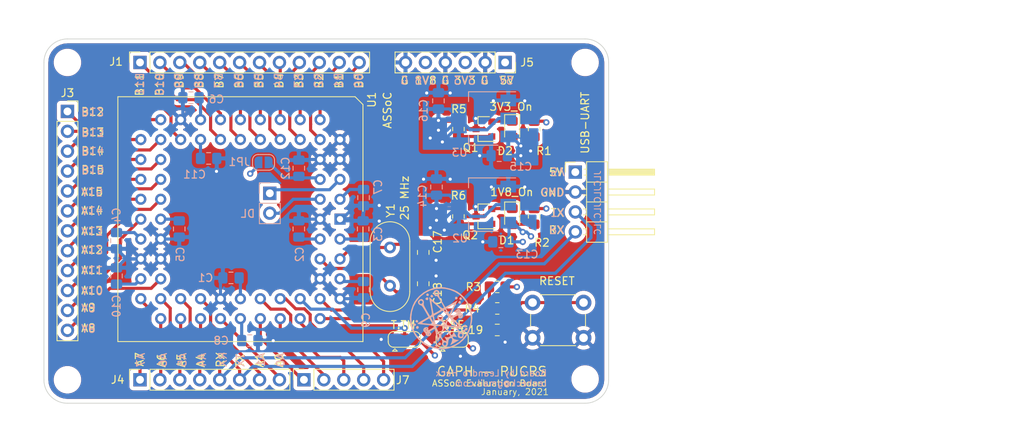
<source format=kicad_pcb>
(kicad_pcb (version 20171130) (host pcbnew 5.1.6+dfsg1-1)
  (title_block (title "ASSoC Eval Board") (date 2021-01-22) (rev 0.1) (company GAPH) (comment 1 "By Leandro Heck"))
  (layers (0 F.Cu signal) (1 Gnd power) (2 Pwr power) (31 B.Cu signal) (34 B.Paste user) (35 F.Paste user) (36 B.SilkS user) (37 F.SilkS user) (38 B.Mask user) (39 F.Mask user) (44 Edge.Cuts user))
  (net 0 "")
  (net 1 GND)
  (net 2 +3V3)
  (net 3 /ASSOC_RST)
  (net 4 /XI)
  (net 5 /XO)
  (net 6 +1V8)
  (net 7 +5V)
  (net 8 /ASSOC_TX)
  (net 9 /ASSOC_RX)
  (net 10 "Net-(D1-Pad2)")
  (net 11 "Net-(D1-Pad1)")
  (net 12 "Net-(D2-Pad2)")
  (net 13 "Net-(D2-Pad1)")
  (net 14 "Net-(Q1-Pad1)")
  (net 15 "Net-(Q2-Pad1)")
  (net 16 /1V8_ASYNC)
  (net 17 /A0)
  (net 18 /A1)
  (net 19 /A4)
  (net 20 /A5)
  (net 21 /A6)
  (net 22 /A7)
  (net 23 /B0)
  (net 24 /B1)
  (net 25 /B2)
  (net 26 /B3)
  (net 27 /B4)
  (net 28 /B5)
  (net 29 /B6)
  (net 30 /B7)
  (net 31 /B8)
  (net 32 /B9)
  (net 33 /B10)
  (net 34 /B11)
  (net 35 /A8)
  (net 36 /A9)
  (net 37 /A10)
  (net 38 /A11)
  (net 39 /A12)
  (net 40 /A13)
  (net 41 /A14)
  (net 42 /A15)
  (net 43 /B15)
  (net 44 /B14)
  (net 45 /B13)
  (net 46 /B12)
  (net 47 /DL_I)
  (net 48 /DL_O)
  (net 49 /TEST.TM)
  (net 50 /TEST.SE)
  (net 51 "Net-(R4-Pad2)")
  (net 52 /M.SS.ROM)
  (net 53 /M.MISO)
  (net 54 /M.MOSI)
  (net 55 /M.SCLK)
  (net 56 /M.SS.RAM)
  (module Capacitor_SMD:C_0805_2012Metric_Pad1.18x1.45mm_HandSolder (layer B.Cu) (at 135.25 116)
    (fp_text reference C8 (at -3.65 0 180) (layer B.SilkS) (effects (justify mirror)))
    (fp_text value 100n)
    (pad 2 smd roundrect (at 1.0375 0) (size 1.175 1.45) (layers B.Cu B.Paste B.Mask) (roundrect_rratio 0.2127659574468085) (net 1 GND))
    (pad 1 smd roundrect (at -1.0375 0) (size 1.175 1.45) (layers B.Cu B.Paste B.Mask) (roundrect_rratio 0.2127659574468085) (net 6 +1V8))
  )
  (module GAPH-Chips:PLCC-68_THT-Socket (layer F.Cu) (at 146.75 100.5 270)
    (fp_text reference U1 (at -15.233334 -4.05 270) (layer F.SilkS))
    (fp_text value ASSoC (at -13.9 -6.05 270) (layer F.SilkS))
    (fp_text user "GAPH - PUCRS" (at 19.45 -19.35) (layer F.SilkS) (effects (font (size 1.2 1.2))))
    (pad 60 thru_hole circle (at 12.7 2.54 270) (size 1.4224 1.4224) (drill 0.8) (layers *.Cu *.Mask) (net 50 /TEST.SE))
    (pad 58 thru_hole circle (at 12.7 5.08 270) (size 1.4224 1.4224) (drill 0.8) (layers *.Cu *.Mask) (net 52 /M.SS.ROM))
    (pad 56 thru_hole circle (at 12.7 7.62 270) (size 1.4224 1.4224) (drill 0.8) (layers *.Cu *.Mask) (net 55 /M.SCLK))
    (pad 54 thru_hole circle (at 12.7 10.16 270) (size 1.4224 1.4224) (drill 0.8) (layers *.Cu *.Mask) (net 53 /M.MISO))
    (pad 52 thru_hole circle (at 12.7 12.7 270) (size 1.4224 1.4224) (drill 0.8) (layers *.Cu *.Mask) (net 6 +1V8))
    (pad 50 thru_hole circle (at 12.7 15.24 270) (size 1.4224 1.4224) (drill 0.8) (layers *.Cu *.Mask) (net 17 /A0))
    (pad 48 thru_hole circle (at 12.7 17.78 270) (size 1.4224 1.4224) (drill 0.8) (layers *.Cu *.Mask) (net 8 /ASSOC_TX))
    (pad 46 thru_hole circle (at 12.7 20.32 270) (size 1.4224 1.4224) (drill 0.8) (layers *.Cu *.Mask) (net 19 /A4))
    (pad 61 thru_hole circle (at 10.16 0 270) (size 1.4224 1.4224) (drill 0.8) (layers *.Cu *.Mask) (net 1 GND))
    (pad 59 thru_hole circle (at 10.16 5.08 270) (size 1.4224 1.4224) (drill 0.8) (layers *.Cu *.Mask) (net 49 /TEST.TM))
    (pad 57 thru_hole circle (at 10.16 7.62 270) (size 1.4224 1.4224) (drill 0.8) (layers *.Cu *.Mask) (net 56 /M.SS.RAM))
    (pad 55 thru_hole circle (at 10.16 10.16 270) (size 1.4224 1.4224) (drill 0.8) (layers *.Cu *.Mask) (net 54 /M.MOSI))
    (pad 53 thru_hole circle (at 10.16 12.7 270) (size 1.4224 1.4224) (drill 0.8) (layers *.Cu *.Mask) (net 2 +3V3))
    (pad 51 thru_hole circle (at 10.16 15.24 270) (size 1.4224 1.4224) (drill 0.8) (layers *.Cu *.Mask) (net 1 GND))
    (pad 49 thru_hole circle (at 10.16 17.78 270) (size 1.4224 1.4224) (drill 0.8) (layers *.Cu *.Mask) (net 18 /A1))
    (pad 47 thru_hole circle (at 10.16 20.32 270) (size 1.4224 1.4224) (drill 0.8) (layers *.Cu *.Mask) (net 9 /ASSOC_RX))
    (pad 45 thru_hole circle (at 10.16 22.86 270) (size 1.4224 1.4224) (drill 0.8) (layers *.Cu *.Mask) (net 20 /A5))
    (pad 43 thru_hole circle (at 10.16 25.4 270) (size 1.4224 1.4224) (drill 0.8) (layers *.Cu *.Mask) (net 22 /A7))
    (pad 41 thru_hole circle (at 7.62 25.4 270) (size 1.4224 1.4224) (drill 0.8) (layers *.Cu *.Mask) (net 6 +1V8))
    (pad 39 thru_hole circle (at 5.08 25.4 270) (size 1.4224 1.4224) (drill 0.8) (layers *.Cu *.Mask) (net 1 GND))
    (pad 37 thru_hole circle (at 2.54 25.4 270) (size 1.4224 1.4224) (drill 0.8) (layers *.Cu *.Mask) (net 2 +3V3))
    (pad 35 thru_hole circle (at 0 25.4 270) (size 1.4224 1.4224) (drill 0.8) (layers *.Cu *.Mask) (net 36 /A9))
    (pad 33 thru_hole circle (at -2.54 25.4 270) (size 1.4224 1.4224) (drill 0.8) (layers *.Cu *.Mask) (net 38 /A11))
    (pad 31 thru_hole circle (at -5.08 25.4 270) (size 1.4224 1.4224) (drill 0.8) (layers *.Cu *.Mask) (net 40 /A13))
    (pad 29 thru_hole circle (at -7.62 25.4 270) (size 1.4224 1.4224) (drill 0.8) (layers *.Cu *.Mask) (net 42 /A15))
    (pad 27 thru_hole circle (at -10.16 25.4 270) (size 1.4224 1.4224) (drill 0.8) (layers *.Cu *.Mask) (net 45 /B13))
    (pad 44 thru_hole circle (at 12.7 22.86 270) (size 1.4224 1.4224) (drill 0.8) (layers *.Cu *.Mask) (net 21 /A6))
    (pad 42 thru_hole circle (at 7.62 22.86 270) (size 1.4224 1.4224) (drill 0.8) (layers *.Cu *.Mask) (net 35 /A8))
    (pad 40 thru_hole circle (at 5.08 22.86 270) (size 1.4224 1.4224) (drill 0.8) (layers *.Cu *.Mask) (net 1 GND))
    (pad 38 thru_hole circle (at 2.54 22.86 270) (size 1.4224 1.4224) (drill 0.8) (layers *.Cu *.Mask) (net 1 GND))
    (pad 36 thru_hole circle (at 0 22.86 270) (size 1.4224 1.4224) (drill 0.8) (layers *.Cu *.Mask) (net 2 +3V3))
    (pad 34 thru_hole circle (at -2.54 22.86 270) (size 1.4224 1.4224) (drill 0.8) (layers *.Cu *.Mask) (net 37 /A10))
    (pad 32 thru_hole circle (at -5.08 22.86 270) (size 1.4224 1.4224) (drill 0.8) (layers *.Cu *.Mask) (net 39 /A12))
    (pad 30 thru_hole circle (at -7.62 22.86 270) (size 1.4224 1.4224) (drill 0.8) (layers *.Cu *.Mask) (net 41 /A14))
    (pad 28 thru_hole circle (at -10.16 22.86 270) (size 1.4224 1.4224) (drill 0.8) (layers *.Cu *.Mask) (net 46 /B12))
    (pad 26 thru_hole circle (at -12.7 22.86 270) (size 1.4224 1.4224) (drill 0.8) (layers *.Cu *.Mask) (net 44 /B14))
    (pad 24 thru_hole circle (at -12.7 20.32 270) (size 1.4224 1.4224) (drill 0.8) (layers *.Cu *.Mask) (net 1 GND))
    (pad 22 thru_hole circle (at -12.7 17.78 270) (size 1.4224 1.4224) (drill 0.8) (layers *.Cu *.Mask) (net 2 +3V3))
    (pad 20 thru_hole circle (at -12.7 15.24 270) (size 1.4224 1.4224) (drill 0.8) (layers *.Cu *.Mask) (net 33 /B10))
    (pad 18 thru_hole circle (at -12.7 12.7 270) (size 1.4224 1.4224) (drill 0.8) (layers *.Cu *.Mask) (net 31 /B8))
    (pad 16 thru_hole circle (at -12.7 10.16 270) (size 1.4224 1.4224) (drill 0.8) (layers *.Cu *.Mask) (net 29 /B6))
    (pad 14 thru_hole circle (at -12.7 7.62 270) (size 1.4224 1.4224) (drill 0.8) (layers *.Cu *.Mask) (net 27 /B4))
    (pad 12 thru_hole circle (at -12.7 5.08 270) (size 1.4224 1.4224) (drill 0.8) (layers *.Cu *.Mask) (net 25 /B2))
    (pad 10 thru_hole circle (at -12.7 2.54 270) (size 1.4224 1.4224) (drill 0.8) (layers *.Cu *.Mask) (net 23 /B0))
    (pad 25 thru_hole circle (at -10.16 20.32 270) (size 1.4224 1.4224) (drill 0.8) (layers *.Cu *.Mask) (net 43 /B15))
    (pad 23 thru_hole circle (at -10.16 17.78 270) (size 1.4224 1.4224) (drill 0.8) (layers *.Cu *.Mask) (net 6 +1V8))
    (pad 21 thru_hole circle (at -10.16 15.24 270) (size 1.4224 1.4224) (drill 0.8) (layers *.Cu *.Mask) (net 34 /B11))
    (pad 19 thru_hole circle (at -10.16 12.7 270) (size 1.4224 1.4224) (drill 0.8) (layers *.Cu *.Mask) (net 32 /B9))
    (pad 17 thru_hole circle (at -10.16 10.16 270) (size 1.4224 1.4224) (drill 0.8) (layers *.Cu *.Mask) (net 30 /B7))
    (pad 15 thru_hole circle (at -10.16 7.62 270) (size 1.4224 1.4224) (drill 0.8) (layers *.Cu *.Mask) (net 28 /B5))
    (pad 13 thru_hole circle (at -10.16 5.08 270) (size 1.4224 1.4224) (drill 0.8) (layers *.Cu *.Mask) (net 26 /B3))
    (pad 11 thru_hole circle (at -10.16 2.54 270) (size 1.4224 1.4224) (drill 0.8) (layers *.Cu *.Mask) (net 24 /B1))
    (pad 63 thru_hole circle (at 7.62 0 270) (size 1.4224 1.4224) (drill 0.8) (layers *.Cu *.Mask) (net 6 +1V8))
    (pad 65 thru_hole circle (at 5.08 0 270) (size 1.4224 1.4224) (drill 0.8) (layers *.Cu *.Mask) (net 4 /XI))
    (pad 67 thru_hole circle (at 2.54 0 270) (size 1.4224 1.4224) (drill 0.8) (layers *.Cu *.Mask) (net 2 +3V3))
    (pad 9 thru_hole circle (at -10.16 0 270) (size 1.4224 1.4224) (drill 0.8) (layers *.Cu *.Mask) (net 1 GND))
    (pad 7 thru_hole circle (at -7.62 0 270) (size 1.4224 1.4224) (drill 0.8) (layers *.Cu *.Mask) (net 1 GND))
    (pad 5 thru_hole circle (at -5.08 0 270) (size 1.4224 1.4224) (drill 0.8) (layers *.Cu *.Mask) (net 48 /DL_O))
    (pad 3 thru_hole circle (at -2.54 0 270) (size 1.4224 1.4224) (drill 0.8) (layers *.Cu *.Mask) (net 2 +3V3))
    (pad 1 thru_hole rect (at 0 0 270) (size 1.4224 1.4224) (drill 0.8) (layers *.Cu *.Mask) (net 1 GND))
    (pad 62 thru_hole circle (at 10.16 2.54 270) (size 1.4224 1.4224) (drill 0.8) (layers *.Cu *.Mask) (net 3 /ASSOC_RST))
    (pad 64 thru_hole circle (at 7.62 2.54 270) (size 1.4224 1.4224) (drill 0.8) (layers *.Cu *.Mask) (net 1 GND))
    (pad 66 thru_hole circle (at 5.08 2.54 270) (size 1.4224 1.4224) (drill 0.8) (layers *.Cu *.Mask) (net 5 /XO))
    (pad 68 thru_hole circle (at 2.54 2.54 270) (size 1.4224 1.4224) (drill 0.8) (layers *.Cu *.Mask) (net 2 +3V3))
    (pad 8 thru_hole circle (at -7.62 2.54 270) (size 1.4224 1.4224) (drill 0.8) (layers *.Cu *.Mask) (net 1 GND))
    (pad 6 thru_hole circle (at -5.08 2.54 270) (size 1.4224 1.4224) (drill 0.8) (layers *.Cu *.Mask) (net 16 /1V8_ASYNC))
    (pad 4 thru_hole circle (at -2.54 2.54 270) (size 1.4224 1.4224) (drill 0.8) (layers *.Cu *.Mask) (net 47 /DL_I))
    (pad 2 thru_hole circle (at 0 2.54 270) (size 1.4224 1.4224) (drill 0.8) (layers *.Cu *.Mask) (net 1 GND))
  )
  (module Connector_PinSocket_2.54mm:PinSocket_1x05_P2.54mm_Vertical (layer F.Cu) (at 142.15 121 90)
    (fp_text reference J7 (at -0.05 12.6 180) (layer F.SilkS))
    (fp_text value H4)
    (pad 1 thru_hole rect (at 0 0 90) (size 1.7 1.7) (drill 1) (layers *.Cu *.Mask) (net 53 /M.MISO))
    (pad 2 thru_hole oval (at 0 2.54 90) (size 1.7 1.7) (drill 1) (layers *.Cu *.Mask) (net 55 /M.SCLK))
    (pad 3 thru_hole oval (at 0 5.08 90) (size 1.7 1.7) (drill 1) (layers *.Cu *.Mask) (net 54 /M.MOSI))
    (pad 4 thru_hole oval (at 0 7.62 90) (size 1.7 1.7) (drill 1) (layers *.Cu *.Mask) (net 52 /M.SS.ROM))
    (pad 5 thru_hole oval (at 0 10.16 90) (size 1.7 1.7) (drill 1) (layers *.Cu *.Mask) (net 56 /M.SS.RAM))
  )
  (module GAPH-Extra:Astaroth-Seal (layer B.Cu) (at 159.65 113.1 210)
    (fp_text reference G*** hide)
    (fp_text value LOGO hide)
  )
  (module Connector_PinSocket_2.54mm:PinSocket_1x06_P2.54mm_Vertical (layer F.Cu) (at 167.8 80.5 270)
    (fp_text reference J5 (at 0 -2.8 180) (layer F.SilkS))
    (fp_text value PWR)
    (pad 6 thru_hole oval (at 0 12.7 270) (size 1.7 1.7) (drill 1) (layers *.Cu *.Mask) (net 1 GND))
    (pad 5 thru_hole oval (at 0 10.16 270) (size 1.7 1.7) (drill 1) (layers *.Cu *.Mask) (net 2 +3V3))
    (pad 4 thru_hole oval (at 0 7.62 270) (size 1.7 1.7) (drill 1) (layers *.Cu *.Mask) (net 1 GND))
    (pad 3 thru_hole oval (at 0 5.08 270) (size 1.7 1.7) (drill 1) (layers *.Cu *.Mask) (net 6 +1V8))
    (pad 2 thru_hole oval (at 0 2.54 270) (size 1.7 1.7) (drill 1) (layers *.Cu *.Mask) (net 1 GND))
    (pad 1 thru_hole rect (at 0 0 270) (size 1.7 1.7) (drill 1) (layers *.Cu *.Mask) (net 7 +5V))
  )
  (module Connector_PinSocket_2.54mm:PinSocket_1x02_P2.54mm_Vertical (layer B.Cu) (at 137.8 97.2 180)
    (fp_text reference J6 hide)
    (fp_text value DL (at 2.8 -2.6) (layer B.SilkS) (effects (justify mirror)))
    (pad 2 thru_hole oval (at 0 -2.54 180) (size 1.7 1.7) (drill 1) (layers *.Cu *.Mask) (net 47 /DL_I))
    (pad 1 thru_hole rect (at 0 0 180) (size 1.7 1.7) (drill 1) (layers *.Cu *.Mask) (net 48 /DL_O))
  )
  (module Jumper:SolderJumper-2_P1.3mm_Open_RoundedPad1.0x1.5mm (layer B.Cu) (at 137 93.25 180)
    (fp_text reference JP1 (at 3.1 0.05) (layer B.SilkS) (effects (justify mirror)))
    (fp_text value SolderJumper_2_Bridged)
    (pad 2 smd custom (at 0.65 0 180) (size 1 0.5) (layers B.Cu B.Mask) (net 6 +1V8) (options (clearance outline) (anchor rect)) (primitives (gr_circle (center 0 -0.25) (end 0.5 -0.25) (width 0)) (gr_circle (center 0 0.25) (end 0.5 0.25) (width 0)) (gr_poly (pts (xy 0 0.75) (xy -0.5 0.75) (xy -0.5 -0.75) (xy 0 -0.75)) (width 0))))
    (pad 1 smd custom (at -0.65 0 180) (size 1 0.5) (layers B.Cu B.Mask) (net 16 /1V8_ASYNC) (options (clearance outline) (anchor rect)) (primitives (gr_circle (center 0 -0.25) (end 0.5 -0.25) (width 0)) (gr_circle (center 0 0.25) (end 0.5 0.25) (width 0)) (gr_poly (pts (xy 0 0.75) (xy 0.5 0.75) (xy 0.5 -0.75) (xy 0 -0.75)) (width 0))))
  )
  (module Package_TO_SOT_SMD:SOT-223 (layer B.Cu) (at 165.05 98.65 180)
    (fp_text reference U2 (at 3 -4.3 180) (layer B.SilkS) (effects (justify mirror)))
    (fp_text value LM1117-3.3)
    (pad 1 smd rect (at -3.15 2.3 180) (size 2 1.5) (layers B.Cu B.Paste B.Mask) (net 1 GND))
    (pad 3 smd rect (at -3.15 -2.3 180) (size 2 1.5) (layers B.Cu B.Paste B.Mask) (net 7 +5V))
    (pad 2 smd rect (at -3.15 0 180) (size 2 1.5) (layers B.Cu B.Paste B.Mask) (net 6 +1V8))
    (pad 2 smd rect (at 3.15 0 180) (size 2 3.8) (layers B.Cu B.Paste B.Mask) (net 6 +1V8))
  )
  (module Package_TO_SOT_SMD:SOT-223 (layer B.Cu) (at 165.05 87.65 180)
    (fp_text reference U3 (at 3.05 -4.35 180) (layer B.SilkS) (effects (justify mirror)))
    (fp_text value LM1117-3.3)
    (pad 1 smd rect (at -3.15 2.3 180) (size 2 1.5) (layers B.Cu B.Paste B.Mask) (net 1 GND))
    (pad 3 smd rect (at -3.15 -2.3 180) (size 2 1.5) (layers B.Cu B.Paste B.Mask) (net 7 +5V))
    (pad 2 smd rect (at -3.15 0 180) (size 2 1.5) (layers B.Cu B.Paste B.Mask) (net 2 +3V3))
    (pad 2 smd rect (at 3.15 0 180) (size 2 3.8) (layers B.Cu B.Paste B.Mask) (net 2 +3V3))
  )
  (module Connector_PinSocket_2.54mm:PinSocket_1x12_P2.54mm_Vertical (layer F.Cu) (at 112 86.75)
    (fp_text reference J3 (at 0 -2.35) (layer F.SilkS))
    (fp_text value H2)
    (pad 12 thru_hole oval (at 0 27.94) (size 1.7 1.7) (drill 1) (layers *.Cu *.Mask) (net 35 /A8))
    (pad 11 thru_hole oval (at 0 25.4) (size 1.7 1.7) (drill 1) (layers *.Cu *.Mask) (net 36 /A9))
    (pad 10 thru_hole oval (at 0 22.86) (size 1.7 1.7) (drill 1) (layers *.Cu *.Mask) (net 37 /A10))
    (pad 9 thru_hole oval (at 0 20.32) (size 1.7 1.7) (drill 1) (layers *.Cu *.Mask) (net 38 /A11))
    (pad 8 thru_hole oval (at 0 17.78) (size 1.7 1.7) (drill 1) (layers *.Cu *.Mask) (net 39 /A12))
    (pad 7 thru_hole oval (at 0 15.24) (size 1.7 1.7) (drill 1) (layers *.Cu *.Mask) (net 40 /A13))
    (pad 6 thru_hole oval (at 0 12.7) (size 1.7 1.7) (drill 1) (layers *.Cu *.Mask) (net 41 /A14))
    (pad 5 thru_hole oval (at 0 10.16) (size 1.7 1.7) (drill 1) (layers *.Cu *.Mask) (net 42 /A15))
    (pad 4 thru_hole oval (at 0 7.62) (size 1.7 1.7) (drill 1) (layers *.Cu *.Mask) (net 46 /B12))
    (pad 3 thru_hole oval (at 0 5.08) (size 1.7 1.7) (drill 1) (layers *.Cu *.Mask) (net 45 /B13))
    (pad 2 thru_hole oval (at 0 2.54) (size 1.7 1.7) (drill 1) (layers *.Cu *.Mask) (net 44 /B14))
    (pad 1 thru_hole rect (at 0 0) (size 1.7 1.7) (drill 1) (layers *.Cu *.Mask) (net 43 /B15))
  )
  (module Connector_PinSocket_2.54mm:PinSocket_1x12_P2.54mm_Vertical (layer F.Cu) (at 121.25 80.5 90)
    (fp_text reference J1 (at 0.1 -3.05 180) (layer F.SilkS))
    (fp_text value H3)
    (pad 12 thru_hole oval (at 0 27.94 90) (size 1.7 1.7) (drill 1) (layers *.Cu *.Mask) (net 23 /B0))
    (pad 11 thru_hole oval (at 0 25.4 90) (size 1.7 1.7) (drill 1) (layers *.Cu *.Mask) (net 24 /B1))
    (pad 10 thru_hole oval (at 0 22.86 90) (size 1.7 1.7) (drill 1) (layers *.Cu *.Mask) (net 25 /B2))
    (pad 9 thru_hole oval (at 0 20.32 90) (size 1.7 1.7) (drill 1) (layers *.Cu *.Mask) (net 26 /B3))
    (pad 8 thru_hole oval (at 0 17.78 90) (size 1.7 1.7) (drill 1) (layers *.Cu *.Mask) (net 27 /B4))
    (pad 7 thru_hole oval (at 0 15.24 90) (size 1.7 1.7) (drill 1) (layers *.Cu *.Mask) (net 28 /B5))
    (pad 6 thru_hole oval (at 0 12.7 90) (size 1.7 1.7) (drill 1) (layers *.Cu *.Mask) (net 29 /B6))
    (pad 5 thru_hole oval (at 0 10.16 90) (size 1.7 1.7) (drill 1) (layers *.Cu *.Mask) (net 30 /B7))
    (pad 4 thru_hole oval (at 0 7.62 90) (size 1.7 1.7) (drill 1) (layers *.Cu *.Mask) (net 31 /B8))
    (pad 3 thru_hole oval (at 0 5.08 90) (size 1.7 1.7) (drill 1) (layers *.Cu *.Mask) (net 32 /B9))
    (pad 2 thru_hole oval (at 0 2.54 90) (size 1.7 1.7) (drill 1) (layers *.Cu *.Mask) (net 33 /B10))
    (pad 1 thru_hole rect (at 0 0 90) (size 1.7 1.7) (drill 1) (layers *.Cu *.Mask) (net 34 /B11))
  )
  (module Connector_PinSocket_2.54mm:PinSocket_1x08_P2.54mm_Vertical (layer F.Cu) (at 121.25 121 90)
    (fp_text reference J4 (at 0 -2.85 180) (layer F.SilkS))
    (fp_text value H1)
    (pad 8 thru_hole oval (at 0 17.78 90) (size 1.7 1.7) (drill 1) (layers *.Cu *.Mask) (net 17 /A0))
    (pad 7 thru_hole oval (at 0 15.24 90) (size 1.7 1.7) (drill 1) (layers *.Cu *.Mask) (net 18 /A1))
    (pad 6 thru_hole oval (at 0 12.7 90) (size 1.7 1.7) (drill 1) (layers *.Cu *.Mask) (net 8 /ASSOC_TX))
    (pad 5 thru_hole oval (at 0 10.16 90) (size 1.7 1.7) (drill 1) (layers *.Cu *.Mask) (net 9 /ASSOC_RX))
    (pad 4 thru_hole oval (at 0 7.62 90) (size 1.7 1.7) (drill 1) (layers *.Cu *.Mask) (net 19 /A4))
    (pad 3 thru_hole oval (at 0 5.08 90) (size 1.7 1.7) (drill 1) (layers *.Cu *.Mask) (net 20 /A5))
    (pad 2 thru_hole oval (at 0 2.54 90) (size 1.7 1.7) (drill 1) (layers *.Cu *.Mask) (net 21 /A6))
    (pad 1 thru_hole rect (at 0 0 90) (size 1.7 1.7) (drill 1) (layers *.Cu *.Mask) (net 22 /A7))
  )
  (module Jumper:SolderJumper-3_P1.3mm_Bridged2Bar12_RoundedPad1.0x1.5mm (layer F.Cu) (at 161.05 115.85)
    (fp_text reference JP2 hide)
    (fp_text value T.SE (at 0 -1.85 180) (layer F.SilkS))
    (fp_poly (pts (xy -0.9 0.2) (xy -0.4 0.2) (xy -0.4 0.6) (xy -0.9 0.6)) (layer F.Cu) (width 0))
    (fp_poly (pts (xy -0.9 -0.6) (xy -0.4 -0.6) (xy -0.4 -0.2) (xy -0.9 -0.2)) (layer F.Cu) (width 0))
    (pad 1 smd custom (at -1.3 0) (size 1 0.5) (layers F.Cu F.Mask) (net 1 GND) (options (clearance outline) (anchor rect)) (primitives (gr_circle (center 0 0.25) (end 0.5 0.25) (width 0)) (gr_circle (center 0 -0.25) (end 0.5 -0.25) (width 0)) (gr_poly (pts (xy 0.55 -0.75) (xy 0 -0.75) (xy 0 0.75) (xy 0.55 0.75)) (width 0))))
    (pad 2 smd rect (at 0 0) (size 1 1.5) (layers F.Cu F.Mask) (net 50 /TEST.SE))
    (pad 3 smd custom (at 1.3 0) (size 1 0.5) (layers F.Cu F.Mask) (net 2 +3V3) (options (clearance outline) (anchor rect)) (primitives (gr_circle (center 0 0.25) (end 0.5 0.25) (width 0)) (gr_circle (center 0 -0.25) (end 0.5 -0.25) (width 0)) (gr_poly (pts (xy -0.55 -0.75) (xy 0 -0.75) (xy 0 0.75) (xy -0.55 0.75)) (width 0))))
  )
  (module Jumper:SolderJumper-3_P1.3mm_Bridged2Bar12_RoundedPad1.0x1.5mm (layer F.Cu) (at 154.95 115.85)
    (fp_text reference JP3 hide)
    (fp_text value T.TM (at -0.15 -1.85) (layer F.SilkS))
    (fp_poly (pts (xy -0.9 0.2) (xy -0.4 0.2) (xy -0.4 0.6) (xy -0.9 0.6)) (layer F.Cu) (width 0))
    (fp_poly (pts (xy -0.9 -0.6) (xy -0.4 -0.6) (xy -0.4 -0.2) (xy -0.9 -0.2)) (layer F.Cu) (width 0))
    (pad 1 smd custom (at -1.3 0) (size 1 0.5) (layers F.Cu F.Mask) (net 1 GND) (options (clearance outline) (anchor rect)) (primitives (gr_circle (center 0 0.25) (end 0.5 0.25) (width 0)) (gr_circle (center 0 -0.25) (end 0.5 -0.25) (width 0)) (gr_poly (pts (xy 0.55 -0.75) (xy 0 -0.75) (xy 0 0.75) (xy 0.55 0.75)) (width 0))))
    (pad 2 smd rect (at 0 0) (size 1 1.5) (layers F.Cu F.Mask) (net 49 /TEST.TM))
    (pad 3 smd custom (at 1.3 0) (size 1 0.5) (layers F.Cu F.Mask) (net 2 +3V3) (options (clearance outline) (anchor rect)) (primitives (gr_circle (center 0 0.25) (end 0.5 0.25) (width 0)) (gr_circle (center 0 -0.25) (end 0.5 -0.25) (width 0)) (gr_poly (pts (xy -0.55 -0.75) (xy 0 -0.75) (xy 0 0.75) (xy -0.55 0.75)) (width 0))))
  )
  (module GAPH-Extra:MountingHole_2.5mm (layer F.Cu) (at 112 121 270)
    (fp_text reference H4 hide)
    (fp_text value MountingHole hide)
    (pad 1 np_thru_hole circle (at 0 0 270) (size 2.5 2.5) (drill 2.5) (layers *.Cu *.Mask))
  )
  (module GAPH-Extra:MountingHole_2.5mm (layer F.Cu) (at 178 120.903121 270)
    (fp_text reference H3 hide)
    (fp_text value MountingHole hide)
    (pad 1 np_thru_hole circle (at 0 0 270) (size 2.5 2.5) (drill 2.5) (layers *.Cu *.Mask))
  )
  (module GAPH-Extra:MountingHole_2.5mm (layer F.Cu) (at 112 80.5 270)
    (fp_text reference H2 hide)
    (fp_text value MountingHole hide)
    (pad 1 np_thru_hole circle (at 0 0 270) (size 2.5 2.5) (drill 2.5) (layers *.Cu *.Mask))
  )
  (module GAPH-Extra:MountingHole_2.5mm (layer F.Cu) (at 178 80.5 270)
    (fp_text reference H1 hide)
    (fp_text value MountingHole hide)
    (pad 1 np_thru_hole circle (at 0 0 270) (size 2.5 2.5) (drill 2.5) (layers *.Cu *.Mask))
  )
  (module Resistor_SMD:R_0805_2012Metric_Pad1.20x1.40mm_HandSolder (layer F.Cu) (at 171.5 100.15 270)
    (fp_text reference R2 (at 3.35 -1 180) (layer F.SilkS))
    (fp_text value 330)
    (pad 1 smd roundrect (at -1 0 270) (size 1.2 1.4) (layers F.Cu F.Paste F.Mask) (roundrect_rratio 0.208333) (net 7 +5V))
    (pad 2 smd roundrect (at 1 0 270) (size 1.2 1.4) (layers F.Cu F.Paste F.Mask) (roundrect_rratio 0.208333) (net 10 "Net-(D1-Pad2)"))
  )
  (module Resistor_SMD:R_0805_2012Metric_Pad1.20x1.40mm_HandSolder (layer F.Cu) (at 161.85 100.15 90)
    (fp_text reference R6 (at 2.65 0) (layer F.SilkS))
    (fp_text value 1k)
    (pad 1 smd roundrect (at -1 0 90) (size 1.2 1.4) (layers F.Cu F.Paste F.Mask) (roundrect_rratio 0.208333) (net 15 "Net-(Q2-Pad1)"))
    (pad 2 smd roundrect (at 1 0 90) (size 1.2 1.4) (layers F.Cu F.Paste F.Mask) (roundrect_rratio 0.208333) (net 6 +1V8))
  )
  (module Resistor_SMD:R_0805_2012Metric_Pad1.20x1.40mm_HandSolder (layer F.Cu) (at 171.5 89 270)
    (fp_text reference R1 (at 2.8 -1.25 180) (layer F.SilkS))
    (fp_text value 330)
    (pad 2 smd roundrect (at 1 0 270) (size 1.2 1.4) (layers F.Cu F.Paste F.Mask) (roundrect_rratio 0.208333) (net 12 "Net-(D2-Pad2)"))
    (pad 1 smd roundrect (at -1 0 270) (size 1.2 1.4) (layers F.Cu F.Paste F.Mask) (roundrect_rratio 0.208333) (net 7 +5V))
  )
  (module Resistor_SMD:R_0805_2012Metric_Pad1.20x1.40mm_HandSolder (layer F.Cu) (at 161.85 89 90)
    (fp_text reference R5 (at 2.55 0.05) (layer F.SilkS))
    (fp_text value 1k)
    (pad 2 smd roundrect (at 1 0 90) (size 1.2 1.4) (layers F.Cu F.Paste F.Mask) (roundrect_rratio 0.208333) (net 2 +3V3))
    (pad 1 smd roundrect (at -1 0 90) (size 1.2 1.4) (layers F.Cu F.Paste F.Mask) (roundrect_rratio 0.208333) (net 14 "Net-(Q1-Pad1)"))
  )
  (module Package_TO_SOT_SMD:SOT-23 (layer F.Cu) (at 165.1 100.15 180)
    (fp_text reference Q2 (at 1.75 -2.4) (layer F.SilkS))
    (fp_text value Q_NPN_BCE)
    (pad 1 smd rect (at -1 -0.95 180) (size 0.9 0.8) (layers F.Cu F.Paste F.Mask) (net 15 "Net-(Q2-Pad1)"))
    (pad 2 smd rect (at -1 0.95 180) (size 0.9 0.8) (layers F.Cu F.Paste F.Mask) (net 11 "Net-(D1-Pad1)"))
    (pad 3 smd rect (at 1 0 180) (size 0.9 0.8) (layers F.Cu F.Paste F.Mask) (net 1 GND))
  )
  (module Package_TO_SOT_SMD:SOT-23 (layer F.Cu) (at 165.1 89 180)
    (fp_text reference Q1 (at 1.7 -2.4) (layer F.SilkS))
    (fp_text value Q_NPN_BCE)
    (pad 3 smd rect (at 1 0 180) (size 0.9 0.8) (layers F.Cu F.Paste F.Mask) (net 1 GND))
    (pad 2 smd rect (at -1 0.95 180) (size 0.9 0.8) (layers F.Cu F.Paste F.Mask) (net 13 "Net-(D2-Pad1)"))
    (pad 1 smd rect (at -1 -0.95 180) (size 0.9 0.8) (layers F.Cu F.Paste F.Mask) (net 14 "Net-(Q1-Pad1)"))
  )
  (module Connector_PinHeader_2.54mm:PinHeader_1x04_P2.54mm_Horizontal (layer F.Cu) (at 176.75 94.5)
    (fp_text reference J2 hide)
    (fp_text value USB-UART (at 1.25 -6.3 90) (layer F.SilkS))
    (pad 4 thru_hole oval (at 0 7.62) (size 1.7 1.7) (drill 1) (layers *.Cu *.Mask) (net 9 /ASSOC_RX))
    (pad 3 thru_hole oval (at 0 5.08) (size 1.7 1.7) (drill 1) (layers *.Cu *.Mask) (net 8 /ASSOC_TX))
    (pad 2 thru_hole oval (at 0 2.54) (size 1.7 1.7) (drill 1) (layers *.Cu *.Mask) (net 1 GND))
    (pad 1 thru_hole rect (at 0 0) (size 1.7 1.7) (drill 1) (layers *.Cu *.Mask) (net 7 +5V))
  )
  (module LED_SMD:LED_0805_2012Metric_Pad1.15x1.40mm_HandSolder (layer F.Cu) (at 168.7 100.1725 270)
    (fp_text reference D1 (at 3.0275 0.7 180) (layer F.SilkS))
    (fp_text value 1V8_On (at -3.1225 0.05 180) (layer F.SilkS))
    (pad 1 smd roundrect (at -1.025 0 270) (size 1.15 1.4) (layers F.Cu F.Paste F.Mask) (roundrect_rratio 0.217391) (net 11 "Net-(D1-Pad1)"))
    (pad 2 smd roundrect (at 1.025 0 270) (size 1.15 1.4) (layers F.Cu F.Paste F.Mask) (roundrect_rratio 0.217391) (net 10 "Net-(D1-Pad2)"))
  )
  (module LED_SMD:LED_0805_2012Metric_Pad1.15x1.40mm_HandSolder (layer F.Cu) (at 168.7 89.0225 270)
    (fp_text reference D2 (at 2.7775 0.9 180) (layer F.SilkS))
    (fp_text value 3V3_On (at -2.8725 0.15) (layer F.SilkS))
    (pad 2 smd roundrect (at 1.025 0 270) (size 1.15 1.4) (layers F.Cu F.Paste F.Mask) (roundrect_rratio 0.217391) (net 12 "Net-(D2-Pad2)"))
    (pad 1 smd roundrect (at -1.025 0 270) (size 1.15 1.4) (layers F.Cu F.Paste F.Mask) (roundrect_rratio 0.217391) (net 13 "Net-(D2-Pad1)"))
  )
  (module Resistor_SMD:R_0805_2012Metric_Pad1.20x1.40mm_HandSolder (layer F.Cu) (at 166.8 111.9)
    (fp_text reference R4 (at -3.2 0) (layer F.SilkS))
    (fp_text value 1K)
    (pad 2 smd roundrect (at 1 0) (size 1.2 1.4) (layers F.Cu F.Paste F.Mask) (roundrect_rratio 0.2083325) (net 51 "Net-(R4-Pad2)"))
    (pad 1 smd roundrect (at -1 0) (size 1.2 1.4) (layers F.Cu F.Paste F.Mask) (roundrect_rratio 0.2083325) (net 3 /ASSOC_RST))
  )
  (module Capacitor_SMD:C_0805_2012Metric_Pad1.18x1.45mm_HandSolder (layer B.Cu) (at 159.05 96.4 90)
    (fp_text reference C14 (at -1.15 -1.8 90) (layer B.SilkS) (effects (justify mirror)))
    (fp_text value 10u)
    (pad 2 smd roundrect (at 1.0375 0 90) (size 1.175 1.45) (layers B.Cu B.Paste B.Mask) (roundrect_rratio 0.2127659574468085) (net 1 GND))
    (pad 1 smd roundrect (at -1.0375 0 90) (size 1.175 1.45) (layers B.Cu B.Paste B.Mask) (roundrect_rratio 0.2127659574468085) (net 6 +1V8))
  )
  (module Capacitor_SMD:C_0805_2012Metric_Pad1.18x1.45mm_HandSolder (layer B.Cu) (at 159.3 85.4 90)
    (fp_text reference C16 (at -1.25 -1.9 270) (layer B.SilkS) (effects (justify mirror)))
    (fp_text value 10u)
    (pad 2 smd roundrect (at 1.0375 0 90) (size 1.175 1.45) (layers B.Cu B.Paste B.Mask) (roundrect_rratio 0.2127659574468085) (net 1 GND))
    (pad 1 smd roundrect (at -1.0375 0 90) (size 1.175 1.45) (layers B.Cu B.Paste B.Mask) (roundrect_rratio 0.2127659574468085) (net 2 +3V3))
  )
  (module Resistor_SMD:R_0805_2012Metric_Pad1.20x1.40mm_HandSolder (layer F.Cu) (at 166.8 109.15 180)
    (fp_text reference R3 (at 3.05 0) (layer F.SilkS))
    (fp_text value 10K)
    (pad 2 smd roundrect (at 1 0 180) (size 1.2 1.4) (layers F.Cu F.Paste F.Mask) (roundrect_rratio 0.2083325) (net 3 /ASSOC_RST))
    (pad 1 smd roundrect (at -1 0 180) (size 1.2 1.4) (layers F.Cu F.Paste F.Mask) (roundrect_rratio 0.2083325) (net 2 +3V3))
  )
  (module Capacitor_SMD:C_0805_2012Metric_Pad1.18x1.45mm_HandSolder (layer B.Cu) (at 141.5 94 90)
    (fp_text reference C12 (at 0 -1.7 90) (layer B.SilkS) (effects (justify mirror)))
    (fp_text value 100n)
    (pad 2 smd roundrect (at 1.0375 0 90) (size 1.175 1.45) (layers B.Cu B.Paste B.Mask) (roundrect_rratio 0.2127659574468085) (net 1 GND))
    (pad 1 smd roundrect (at -1.0375 0 90) (size 1.175 1.45) (layers B.Cu B.Paste B.Mask) (roundrect_rratio 0.2127659574468085) (net 16 /1V8_ASYNC))
  )
  (module Capacitor_SMD:C_0805_2012Metric_Pad1.18x1.45mm_HandSolder (layer F.Cu) (at 157.36 108.75 270)
    (fp_text reference C18 (at 1.25 -1.84 90) (layer F.SilkS))
    (fp_text value 18n)
    (pad 2 smd roundrect (at 1.0375 0 270) (size 1.175 1.45) (layers F.Cu F.Paste F.Mask) (roundrect_rratio 0.2127659574468085) (net 5 /XO))
    (pad 1 smd roundrect (at -1.0375 0 270) (size 1.175 1.45) (layers F.Cu F.Paste F.Mask) (roundrect_rratio 0.2127659574468085) (net 1 GND))
  )
  (module Capacitor_SMD:C_0805_2012Metric_Pad1.18x1.45mm_HandSolder (layer B.Cu) (at 130 92.75)
    (fp_text reference C11 (at -1.8 2.05 180) (layer B.SilkS) (effects (justify mirror)))
    (fp_text value 100n)
    (pad 2 smd roundrect (at 1.0375 0) (size 1.175 1.45) (layers B.Cu B.Paste B.Mask) (roundrect_rratio 0.2127659574468085) (net 1 GND))
    (pad 1 smd roundrect (at -1.0375 0) (size 1.175 1.45) (layers B.Cu B.Paste B.Mask) (roundrect_rratio 0.2127659574468085) (net 6 +1V8))
  )
  (module Capacitor_SMD:C_0805_2012Metric_Pad1.18x1.45mm_HandSolder (layer F.Cu) (at 157.36 104.75 90)
    (fp_text reference C17 (at 1.35 1.84 90) (layer F.SilkS))
    (fp_text value 18p)
    (pad 2 smd roundrect (at 1.0375 0 90) (size 1.175 1.45) (layers F.Cu F.Paste F.Mask) (roundrect_rratio 0.2127659574468085) (net 4 /XI))
    (pad 1 smd roundrect (at -1.0375 0 90) (size 1.175 1.45) (layers F.Cu F.Paste F.Mask) (roundrect_rratio 0.2127659574468085) (net 1 GND))
  )
  (module Capacitor_SMD:C_0805_2012Metric_Pad1.18x1.45mm_HandSolder (layer B.Cu) (at 118.25 107.75 90)
    (fp_text reference C10 (at -3.85 0 90) (layer B.SilkS) (effects (justify mirror)))
    (fp_text value 100n)
    (pad 2 smd roundrect (at 1.0375 0 90) (size 1.175 1.45) (layers B.Cu B.Paste B.Mask) (roundrect_rratio 0.2127659574468085) (net 1 GND))
    (pad 1 smd roundrect (at -1.0375 0 90) (size 1.175 1.45) (layers B.Cu B.Paste B.Mask) (roundrect_rratio 0.2127659574468085) (net 6 +1V8))
  )
  (module Capacitor_SMD:C_0805_2012Metric_Pad1.18x1.45mm_HandSolder (layer B.Cu) (at 149.75 109.5 270)
    (fp_text reference C9 (at 3.9 -0.3 270) (layer B.SilkS) (effects (justify mirror)))
    (fp_text value 100n)
    (pad 2 smd roundrect (at 1.0375 0 270) (size 1.175 1.45) (layers B.Cu B.Paste B.Mask) (roundrect_rratio 0.2127659574468085) (net 1 GND))
    (pad 1 smd roundrect (at -1.0375 0 270) (size 1.175 1.45) (layers B.Cu B.Paste B.Mask) (roundrect_rratio 0.2127659574468085) (net 6 +1V8))
  )
  (module Capacitor_SMD:C_0805_2012Metric_Pad1.18x1.45mm_HandSolder (layer B.Cu) (at 167.2625 103.4 180)
    (fp_text reference C13 (at -3.3375 -1.6) (layer B.SilkS) (effects (justify mirror)))
    (fp_text value 10u)
    (pad 2 smd roundrect (at 1.0375 0 180) (size 1.175 1.45) (layers B.Cu B.Paste B.Mask) (roundrect_rratio 0.2127659574468085) (net 1 GND))
    (pad 1 smd roundrect (at -1.0375 0 180) (size 1.175 1.45) (layers B.Cu B.Paste B.Mask) (roundrect_rratio 0.2127659574468085) (net 7 +5V))
  )
  (module Capacitor_SMD:C_0805_2012Metric_Pad1.18x1.45mm_HandSolder (layer F.Cu) (at 166.8 114.65 180)
    (fp_text reference C19 (at 3.25 0) (layer F.SilkS))
    (fp_text value 100n)
    (pad 2 smd roundrect (at 1.0375 0 180) (size 1.175 1.45) (layers F.Cu F.Paste F.Mask) (roundrect_rratio 0.2127659574468085) (net 3 /ASSOC_RST))
    (pad 1 smd roundrect (at -1.0375 0 180) (size 1.175 1.45) (layers F.Cu F.Paste F.Mask) (roundrect_rratio 0.2127659574468085) (net 1 GND))
  )
  (module Capacitor_SMD:C_0805_2012Metric_Pad1.18x1.45mm_HandSolder (layer B.Cu) (at 149.75 97.75 270)
    (fp_text reference C7 (at -1.35 -1.85 90) (layer B.SilkS) (effects (justify mirror)))
    (fp_text value 100n)
    (pad 2 smd roundrect (at 1.0375 0 270) (size 1.175 1.45) (layers B.Cu B.Paste B.Mask) (roundrect_rratio 0.2127659574468085) (net 1 GND))
    (pad 1 smd roundrect (at -1.0375 0 270) (size 1.175 1.45) (layers B.Cu B.Paste B.Mask) (roundrect_rratio 0.2127659574468085) (net 2 +3V3))
  )
  (module Capacitor_SMD:C_0805_2012Metric_Pad1.18x1.45mm_HandSolder (layer B.Cu) (at 127.75 85 180)
    (fp_text reference C6 (at -3.25 -0.2 180) (layer B.SilkS) (effects (justify mirror)))
    (fp_text value 100n)
    (pad 2 smd roundrect (at 1.0375 0 180) (size 1.175 1.45) (layers B.Cu B.Paste B.Mask) (roundrect_rratio 0.2127659574468085) (net 1 GND))
    (pad 1 smd roundrect (at -1.0375 0 180) (size 1.175 1.45) (layers B.Cu B.Paste B.Mask) (roundrect_rratio 0.2127659574468085) (net 2 +3V3))
  )
  (module Capacitor_SMD:C_0805_2012Metric_Pad1.18x1.45mm_HandSolder (layer B.Cu) (at 126.25 101.75 270)
    (fp_text reference C5 (at 3.25 -0.15 90) (layer B.SilkS) (effects (justify mirror)))
    (fp_text value 100n)
    (pad 2 smd roundrect (at 1.0375 0 270) (size 1.175 1.45) (layers B.Cu B.Paste B.Mask) (roundrect_rratio 0.2127659574468085) (net 1 GND))
    (pad 1 smd roundrect (at -1.0375 0 270) (size 1.175 1.45) (layers B.Cu B.Paste B.Mask) (roundrect_rratio 0.2127659574468085) (net 2 +3V3))
  )
  (module Capacitor_SMD:C_0805_2012Metric_Pad1.18x1.45mm_HandSolder (layer B.Cu) (at 118.25 103.25 270)
    (fp_text reference C4 (at -3.25 0 90) (layer B.SilkS) (effects (justify mirror)))
    (fp_text value 100n)
    (pad 2 smd roundrect (at 1.0375 0 270) (size 1.175 1.45) (layers B.Cu B.Paste B.Mask) (roundrect_rratio 0.2127659574468085) (net 1 GND))
    (pad 1 smd roundrect (at -1.0375 0 270) (size 1.175 1.45) (layers B.Cu B.Paste B.Mask) (roundrect_rratio 0.2127659574468085) (net 2 +3V3))
  )
  (module Capacitor_SMD:C_0805_2012Metric_Pad1.18x1.45mm_HandSolder (layer B.Cu) (at 149.7 101.75 90)
    (fp_text reference C3 (at -0.65 1.9 270) (layer B.SilkS) (effects (justify mirror)))
    (fp_text value 100n)
    (pad 2 smd roundrect (at 1.0375 0 90) (size 1.175 1.45) (layers B.Cu B.Paste B.Mask) (roundrect_rratio 0.2127659574468085) (net 1 GND))
    (pad 1 smd roundrect (at -1.0375 0 90) (size 1.175 1.45) (layers B.Cu B.Paste B.Mask) (roundrect_rratio 0.2127659574468085) (net 2 +3V3))
  )
  (module Capacitor_SMD:C_0805_2012Metric_Pad1.18x1.45mm_HandSolder (layer B.Cu) (at 141.5 101.75 90)
    (fp_text reference C2 (at -3.25 0.1 90) (layer B.SilkS) (effects (justify mirror)))
    (fp_text value 100n)
    (pad 2 smd roundrect (at 1.0375 0 90) (size 1.175 1.45) (layers B.Cu B.Paste B.Mask) (roundrect_rratio 0.2127659574468085) (net 1 GND))
    (pad 1 smd roundrect (at -1.0375 0 90) (size 1.175 1.45) (layers B.Cu B.Paste B.Mask) (roundrect_rratio 0.2127659574468085) (net 2 +3V3))
  )
  (module Capacitor_SMD:C_0805_2012Metric_Pad1.18x1.45mm_HandSolder (layer B.Cu) (at 132.85 108 180)
    (fp_text reference C1 (at 3.25 0 180) (layer B.SilkS) (effects (justify mirror)))
    (fp_text value 100n)
    (pad 2 smd roundrect (at 1.0375 0 180) (size 1.175 1.45) (layers B.Cu B.Paste B.Mask) (roundrect_rratio 0.2127659574468085) (net 1 GND))
    (pad 1 smd roundrect (at -1.0375 0 180) (size 1.175 1.45) (layers B.Cu B.Paste B.Mask) (roundrect_rratio 0.2127659574468085) (net 2 +3V3))
  )
  (module Capacitor_SMD:C_0805_2012Metric_Pad1.18x1.45mm_HandSolder (layer B.Cu) (at 167.05 92.4 180)
    (fp_text reference C15 (at -2.75 -1.4) (layer B.SilkS) (effects (justify mirror)))
    (fp_text value 10u)
    (pad 2 smd roundrect (at 1.0375 0 180) (size 1.175 1.45) (layers B.Cu B.Paste B.Mask) (roundrect_rratio 0.2127659574468085) (net 1 GND))
    (pad 1 smd roundrect (at -1.0375 0 180) (size 1.175 1.45) (layers B.Cu B.Paste B.Mask) (roundrect_rratio 0.2127659574468085) (net 7 +5V))
  )
  (module Crystal:Crystal_HC49-4H_Vertical (layer F.Cu) (at 153.12 109 90)
    (fp_text reference Y1 (at 9.6 0.08 270) (layer F.SilkS))
    (fp_text value "25 MHz" (at 11.2 1.88 270) (layer F.SilkS))
    (pad 2 thru_hole circle (at 4.88 0 90) (size 1.5 1.5) (drill 0.8) (layers *.Cu *.Mask) (net 4 /XI))
    (pad 1 thru_hole circle (at 0 0 90) (size 1.5 1.5) (drill 0.8) (layers *.Cu *.Mask) (net 5 /XO))
  )
  (module Button_Switch_THT:SW_PUSH_6mm (layer F.Cu) (at 177.8 115.65 180)
    (fp_text reference SW1 hide)
    (fp_text value RESET (at 3.4 7.25 180) (layer F.SilkS))
    (pad 1 thru_hole circle (at 6.5 0 270) (size 2 2) (drill 1.1) (layers *.Cu *.Mask) (net 1 GND))
    (pad 2 thru_hole circle (at 6.5 4.5 270) (size 2 2) (drill 1.1) (layers *.Cu *.Mask) (net 51 "Net-(R4-Pad2)"))
    (pad 1 thru_hole circle (at 0 0 270) (size 2 2) (drill 1.1) (layers *.Cu *.Mask) (net 1 GND))
    (pad 2 thru_hole circle (at 0 4.5 270) (size 2 2) (drill 1.1) (layers *.Cu *.Mask) (net 51 "Net-(R4-Pad2)"))
  )
  (gr_text RX (at 173.329762 101.8 180) (layer B.SilkS) (effects (font (size 1 1)) (justify left mirror)))
  (gr_text 5V (at 173.472619 94.4 180) (layer B.SilkS) (effects (font (size 1 1)) (justify left mirror)))
  (gr_text TX (at 173.567857 99.6 180) (layer B.SilkS) (effects (font (size 1 1)) (justify left mirror)))
  (gr_text GND (at 172.234524 97 180) (layer B.SilkS) (effects (font (size 1 1)) (justify left mirror)))
  (gr_text "January, 2021" (at 169.05 122.55) (layer F.SilkS) (effects (font (size 0.8 0.8) (thickness 0.1))))
  (gr_text RX (at 173.267857 101.9) (layer F.SilkS) (effects (font (size 1 1)) (justify left)))
  (gr_text 5V (at 173.3 94.5) (layer F.SilkS) (effects (font (size 1 1)) (justify left)))
  (gr_text GND (at 172.172619 97.1) (layer F.SilkS) (effects (font (size 1 1)) (justify left)))
  (gr_text TX (at 173.505952 99.7) (layer F.SilkS) (effects (font (size 1 1)) (justify left)))
  (gr_text G (at 160.75 82.8) (layer B.SilkS) (effects (font (size 1 1)) (justify left mirror)))
  (gr_text G (at 155.55 82.8) (layer B.SilkS) (effects (font (size 1 1)) (justify left mirror)))
  (gr_text 1V8 (at 159.111905 82.8) (layer B.SilkS) (effects (font (size 1 1)) (justify left mirror)))
  (gr_text G (at 165.75 82.8) (layer B.SilkS) (effects (font (size 1 1)) (justify left mirror)))
  (gr_text 5V (at 168.959524 82.8) (layer B.SilkS) (effects (font (size 1 1)) (justify left mirror)))
  (gr_text 3V3 (at 164.111905 82.8) (layer B.SilkS) (effects (font (size 1 1)) (justify left mirror)))
  (gr_text G (at 154.4 82.8) (layer F.SilkS) (effects (font (size 1 1)) (justify left)))
  (gr_text G (at 159.6 82.8) (layer F.SilkS) (effects (font (size 1 1)) (justify left)))
  (gr_text G (at 164.6 82.8) (layer F.SilkS) (effects (font (size 1 1)) (justify left)))
  (gr_text 5V (at 167 82.8) (layer F.SilkS) (effects (font (size 1 1)) (justify left)))
  (gr_text 3V3 (at 161.2 82.8) (layer F.SilkS) (effects (font (size 1 1)) (justify left)))
  (gr_text 1V8 (at 156.2 82.8) (layer F.SilkS) (effects (font (size 1 1)) (justify left)))
  (gr_text A5 (at 126.659524 117.472619 90) (layer B.SilkS) (effects (font (size 1 1)) (justify left mirror)))
  (gr_text TX (at 134.064286 117.567857 90) (layer B.SilkS) (effects (font (size 1 1)) (justify left mirror)))
  (gr_text A6 (at 124.159524 117.472619 90) (layer B.SilkS) (effects (font (size 1 1)) (justify left mirror)))
  (gr_text A1 (at 136.659524 117.472619 90) (layer B.SilkS) (effects (font (size 1 1)) (justify left mirror)))
  (gr_text A7 (at 121.359524 117.472619 90) (layer B.SilkS) (effects (font (size 1 1)) (justify left mirror)))
  (gr_text RX (at 131.802381 117.329762 90) (layer B.SilkS) (effects (font (size 1 1)) (justify left mirror)))
  (gr_text A0 (at 139.159524 117.472619 90) (layer B.SilkS) (effects (font (size 1 1)) (justify left mirror)))
  (gr_text A4 (at 129.159524 117.472619 90) (layer B.SilkS) (effects (font (size 1 1)) (justify left mirror)))
  (gr_text B1 (at 146.556921 81.720238 90) (layer B.SilkS) (effects (font (size 1 1)) (justify left mirror)))
  (gr_text B4 (at 138.920559 81.720238 90) (layer B.SilkS) (effects (font (size 1 1)) (justify left mirror)))
  (gr_text B9 (at 126.193289 81.720238 90) (layer B.SilkS) (effects (font (size 1 1)) (justify left mirror)))
  (gr_text B7 (at 131.284197 81.720238 90) (layer B.SilkS) (effects (font (size 1 1)) (justify left mirror)))
  (gr_text B6 (at 133.829651 81.720238 90) (layer B.SilkS) (effects (font (size 1 1)) (justify left mirror)))
  (gr_text B11 (at 121.254762 81.720238 90) (layer B.SilkS) (effects (font (size 1 1)) (justify left mirror)))
  (gr_text B5 (at 136.375105 81.720238 90) (layer B.SilkS) (effects (font (size 1 1)) (justify left mirror)))
  (gr_text B8 (at 128.738743 81.720238 90) (layer B.SilkS) (effects (font (size 1 1)) (justify left mirror)))
  (gr_text B3 (at 141.466013 81.720238 90) (layer B.SilkS) (effects (font (size 1 1)) (justify left mirror)))
  (gr_text B10 (at 123.8 81.720238 90) (layer B.SilkS) (effects (font (size 1 1)) (justify left mirror)))
  (gr_text B2 (at 144.011467 81.720238 90) (layer B.SilkS) (effects (font (size 1 1)) (justify left mirror)))
  (gr_text B0 (at 149.102381 81.720238 90) (layer B.SilkS) (effects (font (size 1 1)) (justify left mirror)))
  (gr_text B9 (at 126.290908 83.927381 90) (layer F.SilkS) (effects (font (size 1 1)) (justify left)))
  (gr_text B8 (at 128.836362 83.927381 90) (layer F.SilkS) (effects (font (size 1 1)) (justify left)))
  (gr_text B10 (at 123.745454 84.879762 90) (layer F.SilkS) (effects (font (size 1 1)) (justify left)))
  (gr_text B7 (at 131.381816 83.927381 90) (layer F.SilkS) (effects (font (size 1 1)) (justify left)))
  (gr_text B11 (at 121.2 84.879762 90) (layer F.SilkS) (effects (font (size 1 1)) (justify left)))
  (gr_text B5 (at 136.472724 83.927381 90) (layer F.SilkS) (effects (font (size 1 1)) (justify left)))
  (gr_text B2 (at 144.109086 83.927381 90) (layer F.SilkS) (effects (font (size 1 1)) (justify left)))
  (gr_text B6 (at 133.92727 83.927381 90) (layer F.SilkS) (effects (font (size 1 1)) (justify left)))
  (gr_text B1 (at 146.65454 83.927381 90) (layer F.SilkS) (effects (font (size 1 1)) (justify left)))
  (gr_text B3 (at 141.563632 83.927381 90) (layer F.SilkS) (effects (font (size 1 1)) (justify left)))
  (gr_text B0 (at 149.2 83.927381 90) (layer F.SilkS) (effects (font (size 1 1)) (justify left)))
  (gr_text B4 (at 139.018178 83.927381 90) (layer F.SilkS) (effects (font (size 1 1)) (justify left)))
  (gr_text A0 (at 139 119.527381 90) (layer F.SilkS) (effects (font (size 1 1)) (justify left)))
  (gr_text A4 (at 129 119.527381 90) (layer F.SilkS) (effects (font (size 1 1)) (justify left)))
  (gr_text A6 (at 124 119.527381 90) (layer F.SilkS) (effects (font (size 1 1)) (justify left)))
  (gr_text A1 (at 136.5 119.527381 90) (layer F.SilkS) (effects (font (size 1 1)) (justify left)))
  (gr_text A7 (at 121.2 119.4 90) (layer F.SilkS) (effects (font (size 1 1)) (justify left)))
  (gr_text TX (at 134 119.527381 90) (layer F.SilkS) (effects (font (size 1 1)) (justify left)))
  (gr_text RX (at 131.5 119.527381 90) (layer F.SilkS) (effects (font (size 1 1)) (justify left)))
  (gr_text A5 (at 126.5 119.527381 90) (layer F.SilkS) (effects (font (size 1 1)) (justify left)))
  (gr_text B15 (at 113.672619 94.2 180) (layer B.SilkS) (effects (font (size 1 1)) (justify left mirror)))
  (gr_text A10 (at 113.672619 109.6 180) (layer B.SilkS) (effects (font (size 1 1)) (justify left mirror)))
  (gr_text A11 (at 113.672619 107 180) (layer B.SilkS) (effects (font (size 1 1)) (justify left mirror)))
  (gr_text A9 (at 113.672619 111.8 180) (layer B.SilkS) (effects (font (size 1 1)) (justify left mirror)))
  (gr_text B13 (at 113.672619 89.4 180) (layer B.SilkS) (effects (font (size 1 1)) (justify left mirror)))
  (gr_text A12 (at 113.672619 104.4 180) (layer B.SilkS) (effects (font (size 1 1)) (justify left mirror)))
  (gr_text A13 (at 113.672619 102 180) (layer B.SilkS) (effects (font (size 1 1)) (justify left mirror)))
  (gr_text B12 (at 115.2 86.8 180) (layer B.SilkS) (effects (font (size 1 1)) (justify mirror)))
  (gr_text A14 (at 113.672619 99.4 180) (layer B.SilkS) (effects (font (size 1 1)) (justify left mirror)))
  (gr_text A15 (at 113.672619 97 180) (layer B.SilkS) (effects (font (size 1 1)) (justify left mirror)))
  (gr_text B14 (at 113.672619 91.8 180) (layer B.SilkS) (effects (font (size 1 1)) (justify left mirror)))
  (gr_text A8 (at 113.672619 114.4 180) (layer B.SilkS) (effects (font (size 1 1)) (justify left mirror)))
  (gr_text A8 (at 113.672619 114.4) (layer F.SilkS) (effects (font (size 1 1)) (justify left)))
  (gr_text A9 (at 113.672619 111.8) (layer F.SilkS) (effects (font (size 1 1)) (justify left)))
  (gr_text A10 (at 113.672619 109.6) (layer F.SilkS) (effects (font (size 1 1)) (justify left)))
  (gr_text A11 (at 113.672619 107) (layer F.SilkS) (effects (font (size 1 1)) (justify left)))
  (gr_text A12 (at 113.672619 104.4) (layer F.SilkS) (effects (font (size 1 1)) (justify left)))
  (gr_text A13 (at 113.672619 102) (layer F.SilkS) (effects (font (size 1 1)) (justify left)))
  (gr_text A14 (at 113.672619 99.4) (layer F.SilkS) (effects (font (size 1 1)) (justify left)))
  (gr_text A15 (at 113.672619 97) (layer F.SilkS) (effects (font (size 1 1)) (justify left)))
  (gr_text B15 (at 113.672619 94.2) (layer F.SilkS) (effects (font (size 1 1)) (justify left)))
  (gr_text B14 (at 113.672619 91.8) (layer F.SilkS) (effects (font (size 1 1)) (justify left)))
  (gr_text B13 (at 113.672619 89.4) (layer F.SilkS) (effects (font (size 1 1)) (justify left)))
  (gr_text B12 (at 115.2 86.8) (layer F.SilkS) (effects (font (size 1 1))))
  (gr_text JLCJLCJLCJLC (at 179.6 98.4 90) (layer B.SilkS) (effects (font (size 0.8 0.8) (thickness 0.12)) (justify mirror)))
  (gr_text "ASSoC Evaluation Board" (at 165.8 121.45) (layer F.SilkS) (effects (font (size 0.8 0.8) (thickness 0.12))))
  (gr_text "Board by Leandro Heck\nleoheck@gmail.com\n" (at 173.2 120.8) (layer B.SilkS) (effects (font (size 0.8 0.8) (thickness 0.12)) (justify left mirror)))
  (gr_arc (start 112 121) (end 109 120.999999) (angle -90) (layer Edge.Cuts) (width 0.1))
  (gr_arc (start 112 80.5) (end 112 77.5) (angle -90) (layer Edge.Cuts) (width 0.1))
  (gr_arc (start 178 80.5) (end 181 80.5) (angle -90) (layer Edge.Cuts) (width 0.1))
  (gr_arc (start 178 121) (end 178 124.000001) (angle -90) (layer Edge.Cuts) (width 0.1))
  (gr_line (start 111.999999 124) (end 178 124) (layer Edge.Cuts) (width 0.1))
  (gr_line (start 109 80.5) (end 109 120.999999) (layer Edge.Cuts) (width 0.1))
  (gr_line (start 178 77.5) (end 112 77.5) (layer Edge.Cuts) (width 0.1))
  (gr_line (start 181.000001 121) (end 181 80.5) (layer Edge.Cuts) (width 0.1))
  (segment (start 131.8125 110.3575) (end 131.51 110.66) (width 0.4) (layer B.Cu) (net 1))
  (segment (start 124.1925 102.7375) (end 123.89 103.04) (width 0.4) (layer B.Cu) (net 1))
  (segment (start 143.9275 93.1625) (end 144.21 92.88) (width 0.4) (layer B.Cu) (net 1))
  (segment (start 146.8725 110.5375) (end 146.75 110.66) (width 0.4) (layer B.Cu) (net 1))
  (segment (start 123.89 103.04) (end 126.5975 103.04) (width 0.4) (layer B.Cu) (net 1))
  (segment (start 131.51 108.3025) (end 131.8125 108) (width 0.4) (layer B.Cu) (net 1))
  (segment (start 131.51 110.66) (end 131.51 108.3025) (width 0.4) (layer B.Cu) (net 1))
  (segment (start 149.6275 110.66) (end 149.75 110.5375) (width 0.4) (layer B.Cu) (net 1))
  (segment (start 146.75 110.66) (end 149.6275 110.66) (width 0.4) (layer B.Cu) (net 1))
  (segment (start 149.7375 100.5) (end 149.95 100.7125) (width 0.4) (layer B.Cu) (net 1))
  (segment (start 146.9625 100.7125) (end 146.75 100.5) (width 0.4) (layer B.Cu) (net 1))
  (segment (start 149.95 100.7125) (end 146.9625 100.7125) (width 0.4) (layer B.Cu) (net 1))
  (segment (start 141.4625 100.5) (end 141.25 100.7125) (width 0.4) (layer B.Cu) (net 1))
  (segment (start 144.21 100.5) (end 141.4625 100.5) (width 0.4) (layer B.Cu) (net 1))
  (segment (start 141.7825 92.88) (end 141.5 93.1625) (width 0.4) (layer B.Cu) (net 1))
  (segment (start 144.21 92.88) (end 141.7825 92.88) (width 0.4) (layer B.Cu) (net 1))
  (segment (start 119.5425 105.58) (end 118.25 104.2875) (width 0.4) (layer B.Cu) (net 1))
  (segment (start 121.35 105.58) (end 119.5425 105.58) (width 0.4) (layer B.Cu) (net 1))
  (segment (start 119.3825 105.58) (end 118.25 106.7125) (width 0.4) (layer B.Cu) (net 1))
  (segment (start 121.35 105.58) (end 119.3825 105.58) (width 0.4) (layer B.Cu) (net 1))
  (segment (start 126.7125 87.5175) (end 126.43 87.8) (width 0.4) (layer B.Cu) (net 1))
  (segment (start 126.7125 85) (end 126.7125 87.5175) (width 0.4) (layer B.Cu) (net 1))
  (via (at 164.55 92.4) (size 0.8) (drill 0.4) (layers F.Cu B.Cu) (net 1))
  (segment (start 166.0125 92.4) (end 164.55 92.4) (width 0.4) (layer B.Cu) (net 1))
  (via (at 160.8 95.4) (size 0.8) (drill 0.4) (layers F.Cu B.Cu) (net 1))
  (segment (start 160.7625 95.3625) (end 160.8 95.4) (width 0.4) (layer B.Cu) (net 1))
  (segment (start 159.05 95.3625) (end 160.7625 95.3625) (width 0.4) (layer B.Cu) (net 1))
  (via (at 170.3 96.4) (size 0.8) (drill 0.4) (layers F.Cu B.Cu) (net 1))
  (segment (start 170.25 96.35) (end 170.3 96.4) (width 0.4) (layer B.Cu) (net 1))
  (segment (start 168.2 96.35) (end 170.25 96.35) (width 0.4) (layer B.Cu) (net 1))
  (via (at 166.05 96.4) (size 0.8) (drill 0.4) (layers F.Cu B.Cu) (net 1))
  (segment (start 166.1 96.35) (end 166.05 96.4) (width 0.4) (layer B.Cu) (net 1))
  (segment (start 168.2 96.35) (end 166.1 96.35) (width 0.4) (layer B.Cu) (net 1))
  (via (at 170.3 85.4) (size 0.8) (drill 0.4) (layers F.Cu B.Cu) (net 1))
  (segment (start 170.25 85.35) (end 170.3 85.4) (width 0.4) (layer B.Cu) (net 1))
  (segment (start 168.2 85.35) (end 170.25 85.35) (width 0.4) (layer B.Cu) (net 1))
  (via (at 166.3 85.4) (size 0.8) (drill 0.4) (layers F.Cu B.Cu) (net 1))
  (segment (start 166.35 85.35) (end 166.3 85.4) (width 0.4) (layer B.Cu) (net 1))
  (segment (start 168.2 85.35) (end 166.35 85.35) (width 0.4) (layer B.Cu) (net 1))
  (via (at 164.05 87.65) (size 0.8) (drill 0.4) (layers F.Cu B.Cu) (net 1))
  (segment (start 164.1 87.95) (end 164.05 87.9) (width 0.4) (layer F.Cu) (net 1))
  (segment (start 164.1 89) (end 164.1 87.7) (width 0.4) (layer F.Cu) (net 1))
  (segment (start 164.1 98.95) (end 164.05 98.9) (width 0.4) (layer F.Cu) (net 1))
  (via (at 164.05 98.9) (size 0.8) (drill 0.4) (layers F.Cu B.Cu) (net 1))
  (segment (start 164.1 100.15) (end 164.1 98.95) (width 0.4) (layer F.Cu) (net 1))
  (segment (start 146.75 100.5) (end 147 100.5) (width 0.4) (layer B.Cu) (net 1))
  (segment (start 148.7125 98.7875) (end 149.75 98.7875) (width 0.4) (layer B.Cu) (net 1))
  (segment (start 147 100.5) (end 148.7125 98.7875) (width 0.4) (layer B.Cu) (net 1))
  (via (at 151.75 98.75) (size 0.8) (drill 0.4) (layers F.Cu B.Cu) (net 1))
  (segment (start 151.7125 98.7875) (end 151.75 98.75) (width 0.4) (layer B.Cu) (net 1))
  (segment (start 149.75 98.7875) (end 151.7125 98.7875) (width 0.4) (layer B.Cu) (net 1))
  (via (at 151.75 100.75) (size 0.8) (drill 0.4) (layers F.Cu B.Cu) (net 1))
  (segment (start 149.7 100.7125) (end 151.5375 100.7125) (width 0.4) (layer B.Cu) (net 1))
  (via (at 159 105.75) (size 0.8) (drill 0.4) (layers F.Cu B.Cu) (net 1))
  (segment (start 158.9625 105.7875) (end 159 105.75) (width 0.4) (layer F.Cu) (net 1))
  (segment (start 157.36 105.7875) (end 158.9625 105.7875) (width 0.4) (layer F.Cu) (net 1))
  (via (at 159 107.75) (size 0.8) (drill 0.4) (layers F.Cu B.Cu) (net 1))
  (segment (start 158.9625 107.7125) (end 159 107.75) (width 0.4) (layer F.Cu) (net 1))
  (segment (start 157.36 107.7125) (end 158.9625 107.7125) (width 0.4) (layer F.Cu) (net 1))
  (via (at 131 94.4) (size 0.8) (drill 0.4) (layers F.Cu B.Cu) (net 1))
  (segment (start 131.0375 94.3625) (end 131 94.4) (width 0.4) (layer B.Cu) (net 1))
  (segment (start 131.0375 92.75) (end 131.0375 94.3625) (width 0.4) (layer B.Cu) (net 1))
  (segment (start 167.8375 116.1625) (end 167.8 116.2) (width 0.4) (layer F.Cu) (net 1))
  (via (at 167.8 116.2) (size 0.8) (drill 0.4) (layers F.Cu B.Cu) (net 1))
  (segment (start 167.8375 114.65) (end 167.8375 116.1625) (width 0.4) (layer F.Cu) (net 1))
  (segment (start 160.7625 84.3625) (end 160.8 84.4) (width 0.4) (layer B.Cu) (net 1))
  (via (at 160.8 84.4) (size 0.8) (drill 0.4) (layers F.Cu B.Cu) (net 1))
  (segment (start 159.3 84.3625) (end 160.7625 84.3625) (width 0.4) (layer B.Cu) (net 1))
  (via (at 157.8 84.4) (size 0.8) (drill 0.4) (layers F.Cu B.Cu) (net 1))
  (segment (start 157.8375 84.3625) (end 157.8 84.4) (width 0.4) (layer B.Cu) (net 1))
  (segment (start 159.3 84.3625) (end 157.8375 84.3625) (width 0.4) (layer B.Cu) (net 1))
  (via (at 157.4 95.4) (size 0.8) (drill 0.4) (layers F.Cu B.Cu) (net 1))
  (segment (start 157.4375 95.3625) (end 157.4 95.4) (width 0.4) (layer B.Cu) (net 1))
  (segment (start 159.05 95.3625) (end 157.4375 95.3625) (width 0.4) (layer B.Cu) (net 1))
  (via (at 164.95 103.4) (size 0.8) (drill 0.4) (layers F.Cu B.Cu) (net 1))
  (segment (start 166.225 103.4) (end 164.95 103.4) (width 0.4) (layer B.Cu) (net 1))
  (via (at 162.1 118) (size 0.8) (drill 0.4) (layers F.Cu B.Cu) (net 1))
  (segment (start 161.049998 118) (end 162.1 118) (width 0.4) (layer F.Cu) (net 1))
  (segment (start 159.75 116.700002) (end 161.049998 118) (width 0.4) (layer F.Cu) (net 1))
  (segment (start 159.75 115.85) (end 159.75 116.700002) (width 0.4) (layer F.Cu) (net 1))
  (via (at 152 115.85) (size 0.8) (drill 0.4) (layers F.Cu B.Cu) (net 1))
  (segment (start 153.65 115.85) (end 152 115.85) (width 0.4) (layer F.Cu) (net 1))
  (via (at 138.236397 116.013603) (size 0.8) (drill 0.4) (layers F.Cu B.Cu) (net 1))
  (segment (start 138.222794 116) (end 138.236397 116.013603) (width 0.4) (layer B.Cu) (net 1))
  (segment (start 136.2875 116) (end 138.222794 116) (width 0.4) (layer B.Cu) (net 1))
  (segment (start 121.31 103) (end 121.35 103.04) (width 0.4) (layer B.Cu) (net 2))
  (segment (start 124.0525 100.6625) (end 123.89 100.5) (width 0.4) (layer B.Cu) (net 2))
  (segment (start 120.9725 102.6625) (end 121.35 103.04) (width 0.4) (layer B.Cu) (net 2))
  (segment (start 161.6375 88.1625) (end 161.9 87.9) (width 0.4) (layer B.Cu) (net 2))
  (segment (start 123.89 100.5) (end 126.6375 100.5) (width 0.4) (layer B.Cu) (net 2))
  (segment (start 134.05 108.1625) (end 133.8875 108) (width 0.4) (layer B.Cu) (net 2))
  (segment (start 134.05 110.66) (end 134.05 108.1625) (width 0.4) (layer B.Cu) (net 2))
  (segment (start 149.6975 103.04) (end 149.95 102.7875) (width 0.4) (layer B.Cu) (net 2))
  (segment (start 146.75 103.04) (end 149.6975 103.04) (width 0.4) (layer B.Cu) (net 2))
  (segment (start 141.5025 103.04) (end 141.25 102.7875) (width 0.4) (layer B.Cu) (net 2))
  (segment (start 144.21 103.04) (end 141.5025 103.04) (width 0.4) (layer B.Cu) (net 2))
  (segment (start 128.97 85.1825) (end 128.7875 85) (width 0.4) (layer B.Cu) (net 2))
  (segment (start 128.97 87.8) (end 128.97 85.1825) (width 0.4) (layer B.Cu) (net 2))
  (segment (start 120.5225 102.2125) (end 121.35 103.04) (width 0.4) (layer B.Cu) (net 2))
  (segment (start 118.25 102.2125) (end 120.5225 102.2125) (width 0.4) (layer B.Cu) (net 2))
  (via (at 159.3 87.9) (size 0.8) (drill 0.4) (layers F.Cu B.Cu) (net 2))
  (segment (start 159.3 86.4375) (end 159.3 87.9) (width 0.4) (layer B.Cu) (net 2))
  (via (at 159.3 89.15) (size 0.8) (drill 0.4) (layers F.Cu B.Cu) (net 2))
  (segment (start 159.3 87.9) (end 159.3 89.15) (width 0.4) (layer B.Cu) (net 2))
  (segment (start 160.6875 86.4375) (end 161.9 87.65) (width 0.4) (layer B.Cu) (net 2))
  (segment (start 159.3 86.4375) (end 160.6875 86.4375) (width 0.4) (layer B.Cu) (net 2))
  (segment (start 161.65 87.9) (end 161.9 87.65) (width 0.4) (layer B.Cu) (net 2))
  (segment (start 159.3 87.9) (end 161.65 87.9) (width 0.4) (layer B.Cu) (net 2))
  (segment (start 160.4 89.15) (end 161.9 87.65) (width 0.4) (layer B.Cu) (net 2))
  (segment (start 159.3 89.15) (end 160.4 89.15) (width 0.4) (layer B.Cu) (net 2))
  (segment (start 159.4 88) (end 159.3 87.9) (width 0.4) (layer F.Cu) (net 2))
  (segment (start 161.85 88) (end 159.4 88) (width 0.4) (layer F.Cu) (net 2))
  (segment (start 147.9975 96.7125) (end 146.75 97.96) (width 0.4) (layer B.Cu) (net 2))
  (segment (start 149.75 96.7125) (end 147.9975 96.7125) (width 0.4) (layer B.Cu) (net 2))
  (segment (start 163.35 89.1) (end 161.9 87.65) (width 0.4) (layer B.Cu) (net 2))
  (segment (start 165.5 89.1) (end 163.35 89.1) (width 0.4) (layer B.Cu) (net 2))
  (segment (start 166.95 87.65) (end 165.5 89.1) (width 0.4) (layer B.Cu) (net 2))
  (segment (start 168.2 87.65) (end 166.95 87.65) (width 0.4) (layer B.Cu) (net 2))
  (segment (start 161.9 87.65) (end 161.9 88.55) (width 0.4) (layer B.Cu) (net 2))
  (segment (start 161.9 88.55) (end 159.8 90.65) (width 0.4) (layer B.Cu) (net 2))
  (via (at 159.8 90.65) (size 0.8) (drill 0.4) (layers F.Cu B.Cu) (net 2))
  (via (at 169.3 109.15) (size 0.8) (drill 0.4) (layers F.Cu B.Cu) (net 2))
  (segment (start 167.8 109.15) (end 169.3 109.15) (width 0.4) (layer F.Cu) (net 2))
  (via (at 158.85 117.9) (size 0.8) (drill 0.4) (layers F.Cu B.Cu) (net 2))
  (segment (start 156.8 115.85) (end 158.85 117.9) (width 0.4) (layer F.Cu) (net 2))
  (segment (start 156.25 115.85) (end 156.8 115.85) (width 0.4) (layer F.Cu) (net 2))
  (segment (start 162.35 115.85) (end 162.35 115.9) (width 0.4) (layer F.Cu) (net 2))
  (via (at 163.7 117) (size 0.8) (drill 0.4) (layers F.Cu B.Cu) (net 2))
  (segment (start 163.45 117) (end 163.7 117) (width 0.4) (layer F.Cu) (net 2))
  (segment (start 162.35 115.9) (end 163.45 117) (width 0.4) (layer F.Cu) (net 2))
  (via (at 158.25 90.15) (size 0.8) (drill 0.4) (layers F.Cu B.Cu) (net 2))
  (segment (start 159.25 89.15) (end 158.25 90.15) (width 0.4) (layer B.Cu) (net 2))
  (segment (start 159.3 89.15) (end 159.25 89.15) (width 0.4) (layer B.Cu) (net 2))
  (segment (start 165.8 109.15) (end 165.8 111.9) (width 0.4) (layer F.Cu) (net 3))
  (segment (start 165.7625 111.9375) (end 165.8 111.9) (width 0.4) (layer F.Cu) (net 3))
  (segment (start 165.7625 114.65) (end 165.7625 111.9375) (width 0.4) (layer F.Cu) (net 3))
  (segment (start 165.6 112.1) (end 165.8 111.9) (width 0.4) (layer F.Cu) (net 3))
  (segment (start 145.65 112.1) (end 165.6 112.1) (width 0.4) (layer F.Cu) (net 3))
  (segment (start 144.21 110.66) (end 145.65 112.1) (width 0.4) (layer F.Cu) (net 3))
  (segment (start 148.21 104.12) (end 146.75 105.58) (width 0.4) (layer F.Cu) (net 4))
  (segment (start 153.12 104.12) (end 148.21 104.12) (width 0.4) (layer F.Cu) (net 4))
  (segment (start 153.5275 103.7125) (end 153.12 104.12) (width 0.4) (layer F.Cu) (net 4))
  (segment (start 157.36 103.7125) (end 153.5275 103.7125) (width 0.4) (layer F.Cu) (net 4))
  (segment (start 150.911201 106.791201) (end 153.12 109) (width 0.4) (layer F.Cu) (net 5))
  (segment (start 145.421201 106.791201) (end 150.911201 106.791201) (width 0.4) (layer F.Cu) (net 5))
  (segment (start 144.21 105.58) (end 145.421201 106.791201) (width 0.4) (layer F.Cu) (net 5))
  (segment (start 153.9075 109.7875) (end 153.12 109) (width 0.4) (layer F.Cu) (net 5))
  (segment (start 157.36 109.7875) (end 153.9075 109.7875) (width 0.4) (layer F.Cu) (net 5))
  (segment (start 161.8375 98.7125) (end 161.9 98.65) (width 0.4) (layer B.Cu) (net 6))
  (segment (start 149.4075 108.12) (end 149.75 108.4625) (width 0.4) (layer B.Cu) (net 6))
  (segment (start 159.05 97.4375) (end 159.05 97.15) (width 0.4) (layer B.Cu) (net 6))
  (via (at 160.05 101.9) (size 0.8) (drill 0.4) (layers F.Cu B.Cu) (net 6))
  (segment (start 161.9 100.05) (end 160.05 101.9) (width 0.4) (layer B.Cu) (net 6))
  (segment (start 161.9 98.65) (end 161.9 100.05) (width 0.4) (layer B.Cu) (net 6))
  (via (at 159.05 99.15) (size 0.8) (drill 0.4) (layers F.Cu B.Cu) (net 6))
  (via (at 159.05 100.65) (size 0.8) (drill 0.4) (layers F.Cu B.Cu) (net 6))
  (segment (start 159.05 97.4375) (end 159.05 100.65) (width 0.4) (layer B.Cu) (net 6))
  (segment (start 161.4 99.15) (end 161.9 98.65) (width 0.4) (layer B.Cu) (net 6))
  (segment (start 159.05 99.15) (end 161.4 99.15) (width 0.4) (layer B.Cu) (net 6))
  (segment (start 160.6875 97.4375) (end 161.9 98.65) (width 0.4) (layer B.Cu) (net 6))
  (segment (start 159.05 97.4375) (end 160.6875 97.4375) (width 0.4) (layer B.Cu) (net 6))
  (segment (start 159.9 100.65) (end 161.9 98.65) (width 0.4) (layer B.Cu) (net 6))
  (segment (start 159.05 100.65) (end 159.9 100.65) (width 0.4) (layer B.Cu) (net 6))
  (segment (start 161.85 99.15) (end 159.05 99.15) (width 0.4) (layer F.Cu) (net 6))
  (segment (start 134.05 115.9125) (end 133.9625 116) (width 0.4) (layer B.Cu) (net 6))
  (segment (start 134.2125 113.3625) (end 134.05 113.2) (width 0.4) (layer B.Cu) (net 6))
  (segment (start 134.2125 116) (end 134.2125 113.3625) (width 0.4) (layer B.Cu) (net 6))
  (segment (start 120.6825 108.7875) (end 121.35 108.12) (width 0.4) (layer B.Cu) (net 6))
  (segment (start 118.25 108.7875) (end 120.6825 108.7875) (width 0.4) (layer B.Cu) (net 6))
  (segment (start 128.9625 90.3475) (end 128.97 90.34) (width 0.4) (layer B.Cu) (net 6))
  (segment (start 128.9625 92.75) (end 128.9625 90.3475) (width 0.4) (layer B.Cu) (net 6))
  (segment (start 136.35 93.25) (end 136.35 93.45) (width 0.4) (layer B.Cu) (net 6))
  (via (at 135.3 94.7) (size 0.8) (drill 0.4) (layers F.Cu B.Cu) (net 6))
  (segment (start 136.35 93.65) (end 135.3 94.7) (width 0.4) (layer B.Cu) (net 6))
  (segment (start 136.35 93.25) (end 136.35 93.65) (width 0.4) (layer B.Cu) (net 6))
  (segment (start 147.0925 108.4625) (end 146.75 108.12) (width 0.4) (layer B.Cu) (net 6))
  (segment (start 149.75 108.4625) (end 147.0925 108.4625) (width 0.4) (layer B.Cu) (net 6))
  (segment (start 168.2 98.65) (end 166.65 98.65) (width 0.4) (layer B.Cu) (net 6))
  (segment (start 166.65 98.65) (end 165.15 100.15) (width 0.4) (layer B.Cu) (net 6))
  (segment (start 163.4 100.15) (end 161.9 98.65) (width 0.4) (layer B.Cu) (net 6))
  (segment (start 165.15 100.15) (end 163.4 100.15) (width 0.4) (layer B.Cu) (net 6))
  (via (at 158.25 101.6) (size 0.8) (drill 0.4) (layers F.Cu B.Cu) (net 6))
  (segment (start 159.05 100.8) (end 158.25 101.6) (width 0.4) (layer B.Cu) (net 6))
  (segment (start 159.05 100.65) (end 159.05 100.8) (width 0.4) (layer B.Cu) (net 6))
  (segment (start 168.2 92.2875) (end 168.0875 92.4) (width 0.4) (layer B.Cu) (net 7))
  (segment (start 168.2 89.95) (end 168.2 92.2875) (width 0.4) (layer B.Cu) (net 7))
  (segment (start 168.3 101.05) (end 168.2 100.95) (width 0.4) (layer B.Cu) (net 7))
  (segment (start 168.3 103.4) (end 168.3 101.05) (width 0.4) (layer B.Cu) (net 7))
  (via (at 170.05 103.4) (size 0.8) (drill 0.4) (layers F.Cu B.Cu) (net 7))
  (segment (start 168.3 103.4) (end 170.05 103.4) (width 0.4) (layer B.Cu) (net 7))
  (via (at 170.05 102.15) (size 0.8) (drill 0.4) (layers F.Cu B.Cu) (net 7))
  (segment (start 168.85 100.95) (end 170.05 102.15) (width 0.4) (layer B.Cu) (net 7))
  (segment (start 168.2 100.95) (end 168.85 100.95) (width 0.4) (layer B.Cu) (net 7))
  (via (at 169.8 92.4) (size 0.8) (drill 0.4) (layers F.Cu B.Cu) (net 7))
  (segment (start 168.0875 92.4) (end 169.8 92.4) (width 0.4) (layer B.Cu) (net 7))
  (via (at 169.8 91.15) (size 0.8) (drill 0.4) (layers F.Cu B.Cu) (net 7))
  (segment (start 168.6 89.95) (end 169.8 91.15) (width 0.4) (layer B.Cu) (net 7))
  (segment (start 168.2 89.95) (end 168.6 89.95) (width 0.4) (layer B.Cu) (net 7))
  (via (at 173.05 88.15) (size 0.8) (drill 0.4) (layers F.Cu B.Cu) (net 7))
  (segment (start 171.5 88) (end 172.9 88) (width 0.4) (layer F.Cu) (net 7))
  (via (at 173.05 99.15) (size 0.8) (drill 0.4) (layers F.Cu B.Cu) (net 7))
  (segment (start 171.5 99.15) (end 173.05 99.15) (width 0.4) (layer F.Cu) (net 7))
  (via (at 171.1 102.7) (size 0.8) (drill 0.4) (layers F.Cu B.Cu) (net 7))
  (segment (start 170.55 102.15) (end 171.1 102.7) (width 0.4) (layer B.Cu) (net 7))
  (segment (start 170.05 102.15) (end 170.55 102.15) (width 0.4) (layer B.Cu) (net 7))
  (via (at 171.05 91.8) (size 0.8) (drill 0.4) (layers F.Cu B.Cu) (net 7))
  (segment (start 170.4 91.15) (end 171.05 91.8) (width 0.4) (layer B.Cu) (net 7))
  (segment (start 169.8 91.15) (end 170.4 91.15) (width 0.4) (layer B.Cu) (net 7))
  (segment (start 128.97 113.2) (end 128.97 113.47) (width 0.4) (layer F.Cu) (net 8))
  (segment (start 133.95 119.7) (end 133.95 121) (width 0.4) (layer F.Cu) (net 8))
  (segment (start 128.97 114.72) (end 133.95 119.7) (width 0.4) (layer F.Cu) (net 8))
  (segment (start 128.97 113.2) (end 128.97 114.72) (width 0.4) (layer F.Cu) (net 8))
  (segment (start 135.649989 119.300011) (end 133.95 121) (width 0.4) (layer B.Cu) (net 8))
  (segment (start 155.949989 119.300011) (end 135.649989 119.300011) (width 0.4) (layer B.Cu) (net 8))
  (segment (start 167.85 107.4) (end 155.949989 119.300011) (width 0.4) (layer B.Cu) (net 8))
  (segment (start 174.2 107.4) (end 167.85 107.4) (width 0.4) (layer B.Cu) (net 8))
  (segment (start 178.75 102.85) (end 174.2 107.4) (width 0.4) (layer B.Cu) (net 8))
  (segment (start 178.75 101.58) (end 178.75 102.85) (width 0.4) (layer B.Cu) (net 8))
  (segment (start 176.75 99.58) (end 178.75 101.58) (width 0.4) (layer B.Cu) (net 8))
  (segment (start 131.5 121.25) (end 131.91 121.25) (width 0.4) (layer F.Cu) (net 9))
  (segment (start 127.641201 111.871201) (end 126.43 110.66) (width 0.4) (layer F.Cu) (net 9))
  (segment (start 127.641201 115.641201) (end 127.641201 111.871201) (width 0.4) (layer F.Cu) (net 9))
  (segment (start 131.41 119.41) (end 127.641201 115.641201) (width 0.4) (layer F.Cu) (net 9))
  (segment (start 131.41 121) (end 131.41 119.41) (width 0.4) (layer F.Cu) (net 9))
  (segment (start 131.41 120.99) (end 131.41 121) (width 0.4) (layer B.Cu) (net 9))
  (segment (start 134.2 118.2) (end 131.41 120.99) (width 0.4) (layer B.Cu) (net 9))
  (segment (start 155.05 118.2) (end 134.2 118.2) (width 0.4) (layer B.Cu) (net 9))
  (segment (start 167.05 106.2) (end 155.05 118.2) (width 0.4) (layer B.Cu) (net 9))
  (segment (start 172.8 106.2) (end 167.05 106.2) (width 0.4) (layer B.Cu) (net 9))
  (segment (start 176.75 102.25) (end 172.8 106.2) (width 0.4) (layer B.Cu) (net 9))
  (segment (start 176.75 102.12) (end 176.75 102.25) (width 0.4) (layer B.Cu) (net 9))
  (segment (start 168.7475 101.15) (end 168.7 101.1975) (width 0.4) (layer F.Cu) (net 10))
  (segment (start 171.5 101.15) (end 168.7475 101.15) (width 0.4) (layer F.Cu) (net 10))
  (segment (start 166.1525 99.1475) (end 166.1 99.2) (width 0.4) (layer F.Cu) (net 11))
  (segment (start 168.7 99.1475) (end 166.1525 99.1475) (width 0.4) (layer F.Cu) (net 11))
  (segment (start 168.7475 90) (end 168.7 90.0475) (width 0.4) (layer F.Cu) (net 12))
  (segment (start 171.5 90) (end 168.7475 90) (width 0.4) (layer F.Cu) (net 12))
  (segment (start 166.125 88.075) (end 166.1 88.05) (width 0.4) (layer F.Cu) (net 13))
  (segment (start 166.1525 87.9975) (end 166.1 88.05) (width 0.4) (layer F.Cu) (net 13))
  (segment (start 168.7 87.9975) (end 166.1525 87.9975) (width 0.4) (layer F.Cu) (net 13))
  (segment (start 161.9 90.2) (end 161.85 90.25) (width 0.4) (layer F.Cu) (net 14))
  (segment (start 166.1 89.95) (end 161.9 89.95) (width 0.4) (layer F.Cu) (net 14))
  (segment (start 161.9 101.1) (end 161.85 101.15) (width 0.4) (layer F.Cu) (net 15))
  (segment (start 166.1 101.1) (end 161.9 101.1) (width 0.4) (layer F.Cu) (net 15))
  (segment (start 139.6375 95.2375) (end 137.65 93.25) (width 0.4) (layer B.Cu) (net 16))
  (segment (start 144.0275 95.2375) (end 139.6375 95.2375) (width 0.4) (layer B.Cu) (net 16))
  (segment (start 144.21 95.42) (end 144.0275 95.2375) (width 0.4) (layer B.Cu) (net 16))
  (segment (start 139.53 121.22) (end 139.53 121.25) (width 0.4) (layer F.Cu) (net 17))
  (segment (start 139.03 120.72) (end 139.03 121) (width 0.4) (layer F.Cu) (net 17))
  (segment (start 131.51 113.2) (end 139.03 120.72) (width 0.4) (layer F.Cu) (net 17))
  (segment (start 136.99 120.99) (end 136.99 121.25) (width 0.4) (layer F.Cu) (net 18))
  (segment (start 136.49 120.106289) (end 136.49 121) (width 0.4) (layer F.Cu) (net 18))
  (segment (start 130.25 111.94) (end 130.25 113.866289) (width 0.4) (layer F.Cu) (net 18))
  (segment (start 130.25 113.866289) (end 136.49 120.106289) (width 0.4) (layer F.Cu) (net 18))
  (segment (start 128.97 110.66) (end 130.25 111.94) (width 0.4) (layer F.Cu) (net 18))
  (segment (start 126.43 116.43) (end 126.43 113.2) (width 0.4) (layer F.Cu) (net 19))
  (segment (start 128.87 118.87) (end 126.43 116.43) (width 0.4) (layer F.Cu) (net 19))
  (segment (start 128.87 121) (end 128.87 118.87) (width 0.4) (layer F.Cu) (net 19))
  (segment (start 125.101201 111.871201) (end 123.89 110.66) (width 0.4) (layer F.Cu) (net 20))
  (segment (start 125.101201 117.601201) (end 125.101201 111.871201) (width 0.4) (layer F.Cu) (net 20))
  (segment (start 126.33 118.83) (end 125.101201 117.601201) (width 0.4) (layer F.Cu) (net 20))
  (segment (start 126.33 121) (end 126.33 118.83) (width 0.4) (layer F.Cu) (net 20))
  (segment (start 123.89 120.85) (end 124.29 121.25) (width 0.4) (layer F.Cu) (net 21))
  (segment (start 123.89 120.9) (end 123.79 121) (width 0.4) (layer F.Cu) (net 21))
  (segment (start 123.89 113.2) (end 123.89 120.9) (width 0.4) (layer F.Cu) (net 21))
  (segment (start 121.25 118.75) (end 121.25 121) (width 0.4) (layer F.Cu) (net 22))
  (segment (start 122.5 117.5) (end 121.25 118.75) (width 0.4) (layer F.Cu) (net 22))
  (segment (start 122.5 112) (end 122.5 117.5) (width 0.4) (layer F.Cu) (net 22))
  (segment (start 121.35 110.85) (end 122.5 112) (width 0.4) (layer F.Cu) (net 22))
  (segment (start 121.35 110.66) (end 121.35 110.85) (width 0.4) (layer F.Cu) (net 22))
  (segment (start 144.21 85.79) (end 149.25 80.75) (width 0.4) (layer F.Cu) (net 23))
  (segment (start 144.21 87.8) (end 144.21 85.79) (width 0.4) (layer F.Cu) (net 23))
  (segment (start 144.21 90.34) (end 143 89.13) (width 0.4) (layer F.Cu) (net 24))
  (segment (start 142.998799 84.461201) (end 146.71 80.75) (width 0.4) (layer F.Cu) (net 24))
  (segment (start 142.998799 88.381377) (end 142.998799 84.461201) (width 0.4) (layer F.Cu) (net 24))
  (segment (start 143 88.382578) (end 142.998799 88.381377) (width 0.4) (layer F.Cu) (net 24))
  (segment (start 143 89.13) (end 143 88.382578) (width 0.4) (layer F.Cu) (net 24))
  (segment (start 141.67 83.25) (end 144.17 80.75) (width 0.4) (layer F.Cu) (net 25))
  (segment (start 141.67 87.8) (end 141.67 83.25) (width 0.4) (layer F.Cu) (net 25))
  (segment (start 141.67 90.34) (end 140.341201 89.011201) (width 0.4) (layer F.Cu) (net 26))
  (segment (start 140.341201 82.038799) (end 141.63 80.75) (width 0.4) (layer F.Cu) (net 26))
  (segment (start 140.341201 89.011201) (end 140.341201 82.038799) (width 0.4) (layer F.Cu) (net 26))
  (segment (start 139.13 80.79) (end 139.09 80.75) (width 0.4) (layer F.Cu) (net 27))
  (segment (start 139.13 87.8) (end 139.13 80.79) (width 0.4) (layer F.Cu) (net 27))
  (segment (start 137.801201 89.011201) (end 139.13 90.34) (width 0.4) (layer F.Cu) (net 28))
  (segment (start 137.801201 82.001201) (end 137.801201 89.011201) (width 0.4) (layer F.Cu) (net 28))
  (segment (start 136.55 80.75) (end 137.801201 82.001201) (width 0.4) (layer F.Cu) (net 28))
  (segment (start 136.59 83.14) (end 133.95 80.5) (width 0.4) (layer F.Cu) (net 29))
  (segment (start 136.59 87.8) (end 136.59 83.14) (width 0.4) (layer F.Cu) (net 29))
  (segment (start 135.261201 89.011201) (end 136.59 90.34) (width 0.4) (layer F.Cu) (net 30))
  (segment (start 135.261201 84.351201) (end 135.261201 89.011201) (width 0.4) (layer F.Cu) (net 30))
  (segment (start 131.41 80.5) (end 135.261201 84.351201) (width 0.4) (layer F.Cu) (net 30))
  (segment (start 134.05 85.68) (end 128.87 80.5) (width 0.4) (layer F.Cu) (net 31))
  (segment (start 134.05 87.8) (end 134.05 85.68) (width 0.4) (layer F.Cu) (net 31))
  (segment (start 126.75 80.5) (end 126.33 80.5) (width 0.4) (layer F.Cu) (net 32))
  (segment (start 132.838799 86.588799) (end 126.75 80.5) (width 0.4) (layer F.Cu) (net 32))
  (segment (start 132.838799 89.128799) (end 132.838799 86.588799) (width 0.4) (layer F.Cu) (net 32))
  (segment (start 134.05 90.34) (end 132.838799 89.128799) (width 0.4) (layer F.Cu) (net 32))
  (segment (start 123.79 80.54) (end 123.79 80.5) (width 0.4) (layer F.Cu) (net 33))
  (segment (start 128.25 83.75) (end 127 83.75) (width 0.4) (layer F.Cu) (net 33))
  (segment (start 131.51 87.01) (end 128.25 83.75) (width 0.4) (layer F.Cu) (net 33))
  (segment (start 127 83.75) (end 123.79 80.54) (width 0.4) (layer F.Cu) (net 33))
  (segment (start 131.51 87.8) (end 131.51 87.01) (width 0.4) (layer F.Cu) (net 33))
  (segment (start 126 85.25) (end 121.25 80.5) (width 0.4) (layer F.Cu) (net 34))
  (segment (start 128.212578 85.25) (end 126 85.25) (width 0.4) (layer F.Cu) (net 34))
  (segment (start 130.25 87.287422) (end 128.212578 85.25) (width 0.4) (layer F.Cu) (net 34))
  (segment (start 130.25 89.08) (end 130.25 87.287422) (width 0.4) (layer F.Cu) (net 34))
  (segment (start 131.51 90.34) (end 130.25 89.08) (width 0.4) (layer F.Cu) (net 34))
  (segment (start 112.06 114.69) (end 112 114.69) (width 0.4) (layer F.Cu) (net 35))
  (segment (start 122.678799 109.331201) (end 117.418799 109.331201) (width 0.4) (layer F.Cu) (net 35))
  (segment (start 117.418799 109.331201) (end 112.06 114.69) (width 0.4) (layer F.Cu) (net 35))
  (segment (start 123.89 108.12) (end 122.678799 109.331201) (width 0.4) (layer F.Cu) (net 35))
  (segment (start 112.1 112.15) (end 112 112.15) (width 0.4) (layer F.Cu) (net 36))
  (segment (start 118.75 105.5) (end 112.1 112.15) (width 0.4) (layer F.Cu) (net 36))
  (segment (start 118.75 103.1) (end 118.75 105.5) (width 0.4) (layer F.Cu) (net 36))
  (segment (start 121.35 100.5) (end 118.75 103.1) (width 0.4) (layer F.Cu) (net 36))
  (segment (start 112.14 109.61) (end 111.75 109.61) (width 0.4) (layer F.Cu) (net 37))
  (segment (start 112.14 109.61) (end 112 109.61) (width 0.4) (layer F.Cu) (net 37))
  (segment (start 117 104.75) (end 112.14 109.61) (width 0.4) (layer F.Cu) (net 37))
  (segment (start 117 102.625) (end 117 104.75) (width 0.4) (layer F.Cu) (net 37))
  (segment (start 120.375 99.25) (end 117 102.625) (width 0.4) (layer F.Cu) (net 37))
  (segment (start 122.6 99.25) (end 120.375 99.25) (width 0.4) (layer F.Cu) (net 37))
  (segment (start 123.89 97.96) (end 122.6 99.25) (width 0.4) (layer F.Cu) (net 37))
  (segment (start 112 107) (end 112 107.07) (width 0.4) (layer F.Cu) (net 38))
  (segment (start 115.25 103.75) (end 112 107) (width 0.4) (layer F.Cu) (net 38))
  (segment (start 115.25 102.75) (end 115.25 103.75) (width 0.4) (layer F.Cu) (net 38))
  (segment (start 120.04 97.96) (end 115.25 102.75) (width 0.4) (layer F.Cu) (net 38))
  (segment (start 121.35 97.96) (end 120.04 97.96) (width 0.4) (layer F.Cu) (net 38))
  (segment (start 112 104.25) (end 112 104.53) (width 0.4) (layer F.Cu) (net 39))
  (segment (start 119.618799 96.631201) (end 112 104.25) (width 0.4) (layer F.Cu) (net 39))
  (segment (start 122.678799 96.631201) (end 119.618799 96.631201) (width 0.4) (layer F.Cu) (net 39))
  (segment (start 123.89 95.42) (end 122.678799 96.631201) (width 0.4) (layer F.Cu) (net 39))
  (segment (start 112.01 101.99) (end 112 101.99) (width 0.4) (layer F.Cu) (net 40))
  (segment (start 118.58 95.42) (end 112.01 101.99) (width 0.4) (layer F.Cu) (net 40))
  (segment (start 121.35 95.42) (end 118.58 95.42) (width 0.4) (layer F.Cu) (net 40))
  (segment (start 112.025 99.45) (end 111.75 99.45) (width 0.4) (layer F.Cu) (net 41))
  (segment (start 117.383799 94.091201) (end 112.025 99.45) (width 0.4) (layer F.Cu) (net 41))
  (segment (start 122.678799 94.091201) (end 117.383799 94.091201) (width 0.4) (layer F.Cu) (net 41))
  (segment (start 123.89 92.88) (end 122.678799 94.091201) (width 0.4) (layer F.Cu) (net 41))
  (segment (start 112.34 96.91) (end 111.75 96.91) (width 0.4) (layer F.Cu) (net 42))
  (segment (start 116.37 92.88) (end 112.34 96.91) (width 0.4) (layer F.Cu) (net 42))
  (segment (start 121.35 92.88) (end 116.37 92.88) (width 0.4) (layer F.Cu) (net 42))
  (segment (start 118.1 88.2) (end 113.45 88.2) (width 0.4) (layer F.Cu) (net 43))
  (segment (start 119.9 86.4) (end 118.1 88.2) (width 0.4) (layer F.Cu) (net 43))
  (segment (start 124.282578 86.4) (end 119.9 86.4) (width 0.4) (layer F.Cu) (net 43))
  (segment (start 125.2 87.317422) (end 124.282578 86.4) (width 0.4) (layer F.Cu) (net 43))
  (segment (start 125.2 89.11) (end 125.2 87.317422) (width 0.4) (layer F.Cu) (net 43))
  (segment (start 113.45 88.2) (end 112 86.75) (width 0.4) (layer F.Cu) (net 43))
  (segment (start 126.43 90.34) (end 125.2 89.11) (width 0.4) (layer F.Cu) (net 43))
  (segment (start 112 89.29) (end 119.11 89.29) (width 0.4) (layer F.Cu) (net 44))
  (segment (start 120.6 87.8) (end 123.89 87.8) (width 0.4) (layer F.Cu) (net 44))
  (segment (start 119.11 89.29) (end 120.6 87.8) (width 0.4) (layer F.Cu) (net 44))
  (segment (start 113.49 90.34) (end 121.35 90.34) (width 0.4) (layer F.Cu) (net 45))
  (segment (start 112 91.83) (end 113.49 90.34) (width 0.4) (layer F.Cu) (net 45))
  (segment (start 123.86 90.34) (end 123.89 90.34) (width 0.4) (layer F.Cu) (net 46))
  (segment (start 122.531201 91.668799) (end 123.86 90.34) (width 0.4) (layer F.Cu) (net 46))
  (segment (start 114.701201 91.668799) (end 122.531201 91.668799) (width 0.4) (layer F.Cu) (net 46))
  (segment (start 112 94.37) (end 114.701201 91.668799) (width 0.4) (layer F.Cu) (net 46))
  (segment (start 140.79 97.96) (end 144.21 97.96) (width 0.4) (layer B.Cu) (net 47))
  (segment (start 139 99.75) (end 140.79 97.96) (width 0.4) (layer B.Cu) (net 47))
  (segment (start 137.5 99.75) (end 139 99.75) (width 0.4) (layer B.Cu) (net 47))
  (segment (start 137.961201 96.748799) (end 137.5 97.21) (width 0.4) (layer B.Cu) (net 48))
  (segment (start 145.42 96.75) (end 146.75 95.42) (width 0.4) (layer B.Cu) (net 48))
  (segment (start 145.418799 96.748799) (end 145.42 96.75) (width 0.4) (layer B.Cu) (net 48))
  (segment (start 137.961201 96.748799) (end 145.418799 96.748799) (width 0.4) (layer B.Cu) (net 48))
  (segment (start 141.75 110.58) (end 141.67 110.66) (width 0.4) (layer B.Cu) (net 49))
  (via (at 154.988799 114.411201) (size 0.8) (drill 0.4) (layers F.Cu B.Cu) (net 49))
  (segment (start 154.988799 115.811201) (end 154.95 115.85) (width 0.4) (layer F.Cu) (net 49))
  (segment (start 154.988799 114.411201) (end 154.988799 115.811201) (width 0.4) (layer F.Cu) (net 49))
  (segment (start 148.211201 114.411201) (end 154.988799 114.411201) (width 0.4) (layer B.Cu) (net 49))
  (segment (start 142.998799 111.988799) (end 145.788799 111.988799) (width 0.4) (layer B.Cu) (net 49))
  (segment (start 145.788799 111.988799) (end 148.211201 114.411201) (width 0.4) (layer B.Cu) (net 49))
  (segment (start 141.67 110.66) (end 142.998799 111.988799) (width 0.4) (layer B.Cu) (net 49))
  (segment (start 144.21 113.2) (end 159.9 113.2) (width 0.4) (layer F.Cu) (net 50))
  (segment (start 161.05 114.35) (end 161.05 115.85) (width 0.4) (layer F.Cu) (net 50))
  (segment (start 159.9 113.2) (end 161.05 114.35) (width 0.4) (layer F.Cu) (net 50))
  (segment (start 171.3 111.15) (end 177.8 111.15) (width 0.4) (layer F.Cu) (net 51))
  (segment (start 169.2 111.9) (end 167.8 111.9) (width 0.4) (layer F.Cu) (net 51))
  (segment (start 169.95 111.15) (end 169.2 111.9) (width 0.4) (layer F.Cu) (net 51))
  (segment (start 171.3 111.15) (end 169.95 111.15) (width 0.4) (layer F.Cu) (net 51))
  (segment (start 147.55 117.05) (end 149.77 119.27) (width 0.4) (layer F.Cu) (net 52))
  (segment (start 145 117.05) (end 147.55 117.05) (width 0.4) (layer F.Cu) (net 52))
  (segment (start 149.77 119.27) (end 149.77 121) (width 0.4) (layer F.Cu) (net 52))
  (segment (start 141.67 113.72) (end 145 117.05) (width 0.4) (layer F.Cu) (net 52))
  (segment (start 141.67 113.2) (end 141.67 113.72) (width 0.4) (layer F.Cu) (net 52))
  (segment (start 141.95 121) (end 142.15 121) (width 0.4) (layer F.Cu) (net 53))
  (segment (start 136.59 115.64) (end 141.95 121) (width 0.4) (layer F.Cu) (net 53))
  (segment (start 136.59 113.2) (end 136.59 115.64) (width 0.4) (layer F.Cu) (net 53))
  (segment (start 147.23 118.58) (end 147.23 121) (width 0.4) (layer F.Cu) (net 54))
  (segment (start 146.8 118.15) (end 147.23 118.58) (width 0.4) (layer F.Cu) (net 54))
  (segment (start 144.15 118.15) (end 146.8 118.15) (width 0.4) (layer F.Cu) (net 54))
  (segment (start 139.711377 111.988799) (end 140.458799 112.736221) (width 0.4) (layer F.Cu) (net 54))
  (segment (start 140.458799 114.458799) (end 144.15 118.15) (width 0.4) (layer F.Cu) (net 54))
  (segment (start 137.918799 111.988799) (end 139.711377 111.988799) (width 0.4) (layer F.Cu) (net 54))
  (segment (start 140.458799 112.736221) (end 140.458799 114.458799) (width 0.4) (layer F.Cu) (net 54))
  (segment (start 136.59 110.66) (end 137.918799 111.988799) (width 0.4) (layer F.Cu) (net 54))
  (segment (start 144.69 120.39) (end 144.69 121) (width 0.4) (layer F.Cu) (net 55))
  (segment (start 139.13 114.83) (end 144.69 120.39) (width 0.4) (layer F.Cu) (net 55))
  (segment (start 139.13 113.2) (end 139.13 114.83) (width 0.4) (layer F.Cu) (net 55))
  (segment (start 139.13 110.66) (end 139.13 110.77) (width 0.4) (layer F.Cu) (net 56))
  (segment (start 152.31 118.66) (end 152.31 121) (width 0.4) (layer F.Cu) (net 56))
  (segment (start 145.467422 116.25) (end 149.9 116.25) (width 0.4) (layer F.Cu) (net 56))
  (segment (start 142.95 112.687422) (end 142.95 113.732578) (width 0.4) (layer F.Cu) (net 56))
  (segment (start 142.95 113.732578) (end 145.467422 116.25) (width 0.4) (layer F.Cu) (net 56))
  (segment (start 141.1 111.95) (end 142.212578 111.95) (width 0.4) (layer F.Cu) (net 56))
  (segment (start 142.212578 111.95) (end 142.95 112.687422) (width 0.4) (layer F.Cu) (net 56))
  (segment (start 139.81 110.66) (end 141.1 111.95) (width 0.4) (layer F.Cu) (net 56))
  (segment (start 149.9 116.25) (end 152.31 118.66) (width 0.4) (layer F.Cu) (net 56))
  (segment (start 139.13 110.66) (end 139.81 110.66) (width 0.4) (layer F.Cu) (net 56))
  (zone (net 1) (net_name GND) (layer B.Cu) (connect_pads (clearance 0.508)) (min_thickness 0.254) (fill yes (arc_segments 32) (thermal_gap 0.508) (thermal_bridge_width 0.508) (smoothing chamfer) (radius 1))
    (polygon (pts (xy 108 77) (xy 182 77) (xy 182 125) (xy 108 125)))
  )
  (zone (net 1) (net_name GND) (layer F.Cu) (connect_pads (clearance 0.508)) (min_thickness 0.254) (fill yes (arc_segments 32) (thermal_gap 0.508) (thermal_bridge_width 0.508))
    (polygon (pts (xy 183 126) (xy 107 126) (xy 107 76) (xy 183 76)))
  )
  (zone (net 6) (net_name +1V8) (layer B.Cu) (priority 1) (connect_pads (clearance 0.508)) (min_thickness 0.254) (fill yes (arc_segments 32) (thermal_gap 0.508) (thermal_bridge_width 0.508) (smoothing fillet))
    (polygon (pts (xy 163.3 102.65) (xy 157.3 102.65) (xy 157.3 96.4) (xy 163.3 96.4)))
  )
  (zone (net 2) (net_name +3V3) (layer B.Cu) (priority 1) (connect_pads (clearance 0.508)) (min_thickness 0.254) (fill yes (arc_segments 32) (thermal_gap 0.508) (thermal_bridge_width 0.508) (smoothing fillet))
    (polygon (pts (xy 163.3 91.65) (xy 157.3 91.65) (xy 157.3 85.4) (xy 163.3 85.4)))
  )
  (zone (net 7) (net_name +5V) (layer B.Cu) (priority 1) (connect_pads (clearance 0.508)) (min_thickness 0.254) (fill yes (arc_segments 32) (thermal_gap 0.508) (thermal_bridge_width 0.508) (smoothing fillet))
    (polygon (pts (xy 172.05 93.65) (xy 166.8 93.65) (xy 166.8 88.9) (xy 172.05 88.9)))
  )
  (zone (net 0) (net_name "") (layer B.Cu) (priority 1) (connect_pads (clearance 0.508)) (min_thickness 0.254) (fill yes (arc_segments 32) (thermal_gap 0.508) (thermal_bridge_width 0.508) (smoothing fillet))
    (polygon (pts (xy 171.8 104.675) (xy 166.8 104.65) (xy 166.8 99.9) (xy 171.8 99.925)))
  )
)
</source>
